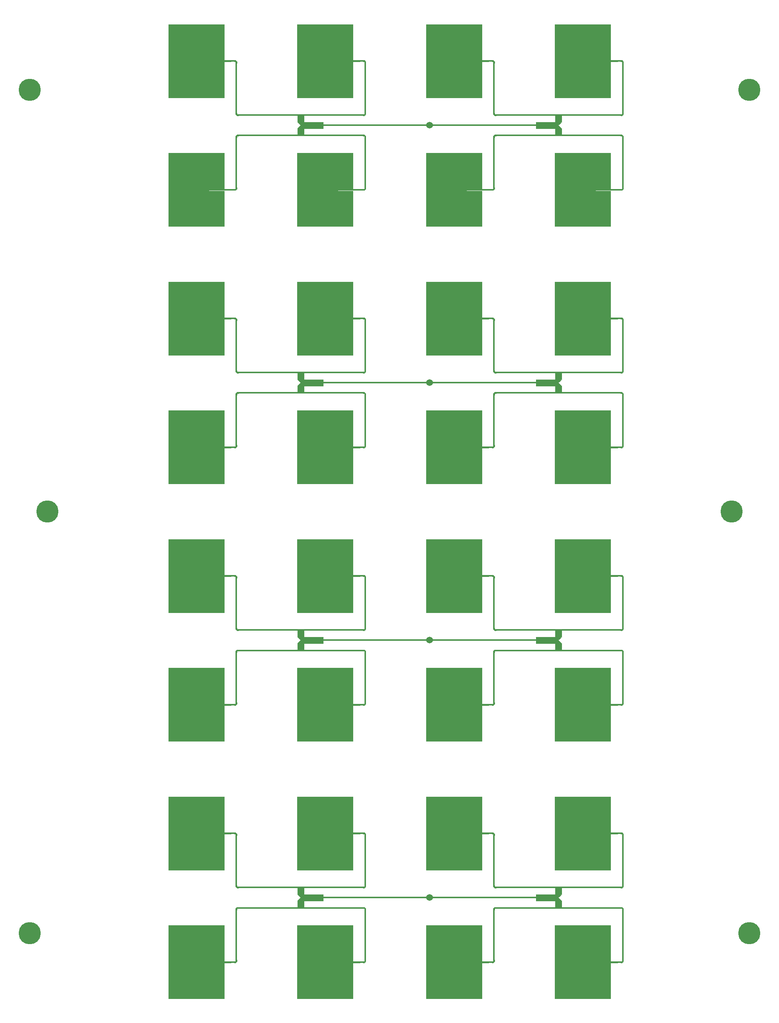
<source format=gbr>
%TF.GenerationSoftware,KiCad,Pcbnew,5.99.0-unknown-c07a38b91~106~ubuntu20.04.1*%
%TF.CreationDate,2020-11-24T10:54:44-06:00*%
%TF.ProjectId,FlatAntPanel4x4,466c6174-416e-4745-9061-6e656c347834,rev?*%
%TF.SameCoordinates,Original*%
%TF.FileFunction,Copper,L2,Bot*%
%TF.FilePolarity,Positive*%
%FSLAX46Y46*%
G04 Gerber Fmt 4.6, Leading zero omitted, Abs format (unit mm)*
G04 Created by KiCad (PCBNEW 5.99.0-unknown-c07a38b91~106~ubuntu20.04.1) date 2020-11-24 10:54:44*
%MOMM*%
%LPD*%
G01*
G04 APERTURE LIST*
%TA.AperFunction,EtchedComponent*%
%ADD10C,0.000100*%
%TD*%
%TA.AperFunction,EtchedComponent*%
%ADD11C,0.001000*%
%TD*%
%TA.AperFunction,ConnectorPad*%
%ADD12C,5.000000*%
%TD*%
%TA.AperFunction,ComponentPad*%
%ADD13C,2.900000*%
%TD*%
%TA.AperFunction,SMDPad,CuDef*%
%ADD14R,0.313000X0.313000*%
%TD*%
%TA.AperFunction,SMDPad,CuDef*%
%ADD15R,0.180000X0.313000*%
%TD*%
%TA.AperFunction,SMDPad,CuDef*%
%ADD16R,1.476000X1.476000*%
%TD*%
%TA.AperFunction,SMDPad,CuDef*%
%ADD17R,1.476000X1.400000*%
%TD*%
%TA.AperFunction,WasherPad*%
%ADD18C,1.524000*%
%TD*%
%TA.AperFunction,Conductor*%
%ADD19C,0.313000*%
%TD*%
G04 APERTURE END LIST*
D10*
%TO.C,AA4*%
X145656000Y-40343500D02*
X145656000Y-40030500D01*
X145656000Y-40030500D02*
X145343000Y-40030500D01*
X145343000Y-40030500D02*
X145343000Y-40343500D01*
X145343000Y-40343500D02*
X145030000Y-40343500D01*
X145030000Y-40343500D02*
X145030000Y-40656500D01*
X145030000Y-40656500D02*
X145343000Y-40656500D01*
X145343000Y-40656500D02*
X145656000Y-40343500D01*
G36*
X145656000Y-40343500D02*
G01*
X145343000Y-40656500D01*
X145030000Y-40656500D01*
X145030000Y-40343500D01*
X145343000Y-40343500D01*
X145343000Y-40030500D01*
X145656000Y-40030500D01*
X145656000Y-40343500D01*
G37*
X145656000Y-40343500D02*
X145343000Y-40656500D01*
X145030000Y-40656500D01*
X145030000Y-40343500D01*
X145343000Y-40343500D01*
X145343000Y-40030500D01*
X145656000Y-40030500D01*
X145656000Y-40343500D01*
%TO.C,AA6*%
X116656500Y-23852000D02*
X116969500Y-23852000D01*
X116969500Y-23852000D02*
X116969500Y-23539000D01*
X116969500Y-23539000D02*
X116656500Y-23539000D01*
X116656500Y-23539000D02*
X116656500Y-23226000D01*
X116656500Y-23226000D02*
X116343500Y-23226000D01*
X116343500Y-23226000D02*
X116343500Y-23539000D01*
X116343500Y-23539000D02*
X116656500Y-23852000D01*
G36*
X116656500Y-23539000D02*
G01*
X116969500Y-23539000D01*
X116969500Y-23852000D01*
X116656500Y-23852000D01*
X116343500Y-23539000D01*
X116343500Y-23226000D01*
X116656500Y-23226000D01*
X116656500Y-23539000D01*
G37*
X116656500Y-23539000D02*
X116969500Y-23539000D01*
X116969500Y-23852000D01*
X116656500Y-23852000D01*
X116343500Y-23539000D01*
X116343500Y-23226000D01*
X116656500Y-23226000D01*
X116656500Y-23539000D01*
%TO.C,AA14*%
X58656500Y-139851000D02*
X58969500Y-139851000D01*
X58969500Y-139851000D02*
X58969500Y-139538000D01*
X58969500Y-139538000D02*
X58656500Y-139538000D01*
X58656500Y-139538000D02*
X58656500Y-139225000D01*
X58656500Y-139225000D02*
X58343500Y-139225000D01*
X58343500Y-139225000D02*
X58343500Y-139538000D01*
X58343500Y-139538000D02*
X58656500Y-139851000D01*
G36*
X58656500Y-139538000D02*
G01*
X58969500Y-139538000D01*
X58969500Y-139851000D01*
X58656500Y-139851000D01*
X58343500Y-139538000D01*
X58343500Y-139225000D01*
X58656500Y-139225000D01*
X58656500Y-139538000D01*
G37*
X58656500Y-139538000D02*
X58969500Y-139538000D01*
X58969500Y-139851000D01*
X58656500Y-139851000D01*
X58343500Y-139538000D01*
X58343500Y-139225000D01*
X58656500Y-139225000D01*
X58656500Y-139538000D01*
%TO.C,AE6*%
X81350000Y-214343500D02*
X81350000Y-214656500D01*
X81350000Y-214656500D02*
X86310000Y-214656500D01*
X86310000Y-214656500D02*
X86310000Y-214343500D01*
X86310000Y-214343500D02*
X81350000Y-214343500D01*
G36*
X86310000Y-214656500D02*
G01*
X81350000Y-214656500D01*
X81350000Y-214343500D01*
X86310000Y-214343500D01*
X86310000Y-214656500D01*
G37*
X86310000Y-214656500D02*
X81350000Y-214656500D01*
X81350000Y-214343500D01*
X86310000Y-214343500D01*
X86310000Y-214656500D01*
D11*
X81350000Y-214756004D02*
X81350000Y-214243889D01*
X81350000Y-214243889D02*
X84750000Y-214243889D01*
X84750000Y-214243889D02*
X84750000Y-206250000D01*
X84750000Y-206250000D02*
X72250000Y-206250000D01*
X72250000Y-206250000D02*
X72250000Y-222750000D01*
X72250000Y-222750000D02*
X84750000Y-222750000D01*
X84750000Y-222750000D02*
X84750000Y-214756004D01*
X84750000Y-214756004D02*
X81350000Y-214756004D01*
G36*
X84750000Y-214243889D02*
G01*
X81350000Y-214243889D01*
X81350000Y-214756004D01*
X84750000Y-214756004D01*
X84750000Y-222750000D01*
X72250000Y-222750000D01*
X72250000Y-206250000D01*
X84750000Y-206250000D01*
X84750000Y-214243889D01*
G37*
X84750000Y-214243889D02*
X81350000Y-214243889D01*
X81350000Y-214756004D01*
X84750000Y-214756004D01*
X84750000Y-222750000D01*
X72250000Y-222750000D01*
X72250000Y-206250000D01*
X84750000Y-206250000D01*
X84750000Y-214243889D01*
D10*
%TO.C,AA5*%
X116343500Y-185344000D02*
X116030500Y-185344000D01*
X116030500Y-185344000D02*
X116030500Y-185657000D01*
X116030500Y-185657000D02*
X116343500Y-185657000D01*
X116343500Y-185657000D02*
X116343500Y-185970000D01*
X116343500Y-185970000D02*
X116656500Y-185970000D01*
X116656500Y-185970000D02*
X116656500Y-185657000D01*
X116656500Y-185657000D02*
X116343500Y-185344000D01*
G36*
X116656500Y-185657000D02*
G01*
X116656500Y-185970000D01*
X116343500Y-185970000D01*
X116343500Y-185657000D01*
X116030500Y-185657000D01*
X116030500Y-185344000D01*
X116343500Y-185344000D01*
X116656500Y-185657000D01*
G37*
X116656500Y-185657000D02*
X116656500Y-185970000D01*
X116343500Y-185970000D01*
X116343500Y-185657000D01*
X116030500Y-185657000D01*
X116030500Y-185344000D01*
X116343500Y-185344000D01*
X116656500Y-185657000D01*
%TO.C,NT1*%
X131735587Y-84734000D02*
X130997000Y-83995000D01*
X130997000Y-83995000D02*
X131735587Y-83256000D01*
X131735587Y-83256000D02*
X131735587Y-81852707D01*
X131735587Y-81852707D02*
X130258171Y-81852707D01*
X130258171Y-81852707D02*
X130258171Y-86137360D01*
X130258171Y-86137360D02*
X131735587Y-86137360D01*
X131735587Y-86137360D02*
X131735587Y-84734000D01*
G36*
X131735587Y-83256000D02*
G01*
X130997000Y-83995000D01*
X131735587Y-84734000D01*
X131735587Y-86137360D01*
X130258171Y-86137360D01*
X130258171Y-81852707D01*
X131735587Y-81852707D01*
X131735587Y-83256000D01*
G37*
X131735587Y-83256000D02*
X130997000Y-83995000D01*
X131735587Y-84734000D01*
X131735587Y-86137360D01*
X130258171Y-86137360D01*
X130258171Y-81852707D01*
X131735587Y-81852707D01*
X131735587Y-83256000D01*
X130259000Y-83261721D02*
X125974992Y-83261718D01*
X125974992Y-83261718D02*
X125974992Y-84739421D01*
X125974992Y-84739421D02*
X130259000Y-84739424D01*
X130259000Y-84739424D02*
X130259000Y-83261721D01*
G36*
X130259000Y-83261721D02*
G01*
X130259000Y-84739424D01*
X125974992Y-84739421D01*
X125974992Y-83261718D01*
X130259000Y-83261721D01*
G37*
X130259000Y-83261721D02*
X130259000Y-84739424D01*
X125974992Y-84739421D01*
X125974992Y-83261718D01*
X130259000Y-83261721D01*
%TO.C,NT2*%
X72263413Y-199256000D02*
X73002000Y-199995000D01*
X73002000Y-199995000D02*
X72263413Y-200734000D01*
X72263413Y-200734000D02*
X72263413Y-202137293D01*
X72263413Y-202137293D02*
X73740829Y-202137293D01*
X73740829Y-202137293D02*
X73740829Y-197852640D01*
X73740829Y-197852640D02*
X72263413Y-197852640D01*
X72263413Y-197852640D02*
X72263413Y-199256000D01*
G36*
X73740829Y-202137293D02*
G01*
X72263413Y-202137293D01*
X72263413Y-200734000D01*
X73002000Y-199995000D01*
X72263413Y-199256000D01*
X72263413Y-197852640D01*
X73740829Y-197852640D01*
X73740829Y-202137293D01*
G37*
X73740829Y-202137293D02*
X72263413Y-202137293D01*
X72263413Y-200734000D01*
X73002000Y-199995000D01*
X72263413Y-199256000D01*
X72263413Y-197852640D01*
X73740829Y-197852640D01*
X73740829Y-202137293D01*
X73740000Y-200728279D02*
X78024008Y-200728282D01*
X78024008Y-200728282D02*
X78024008Y-199250579D01*
X78024008Y-199250579D02*
X73740000Y-199250576D01*
X73740000Y-199250576D02*
X73740000Y-200728279D01*
G36*
X78024008Y-199250579D02*
G01*
X78024008Y-200728282D01*
X73740000Y-200728279D01*
X73740000Y-199250576D01*
X78024008Y-199250579D01*
G37*
X78024008Y-199250579D02*
X78024008Y-200728282D01*
X73740000Y-200728279D01*
X73740000Y-199250576D01*
X78024008Y-199250579D01*
%TO.C,AA15*%
X87656000Y-81538500D02*
X87656000Y-81225500D01*
X87656000Y-81225500D02*
X87343000Y-81225500D01*
X87343000Y-81225500D02*
X87343000Y-81538500D01*
X87343000Y-81538500D02*
X87030000Y-81538500D01*
X87030000Y-81538500D02*
X87030000Y-81851500D01*
X87030000Y-81851500D02*
X87343000Y-81851500D01*
X87343000Y-81851500D02*
X87656000Y-81538500D01*
G36*
X87656000Y-81538500D02*
G01*
X87343000Y-81851500D01*
X87030000Y-81851500D01*
X87030000Y-81538500D01*
X87343000Y-81538500D01*
X87343000Y-81225500D01*
X87656000Y-81225500D01*
X87656000Y-81538500D01*
G37*
X87656000Y-81538500D02*
X87343000Y-81851500D01*
X87030000Y-81851500D01*
X87030000Y-81538500D01*
X87343000Y-81538500D01*
X87343000Y-81225500D01*
X87656000Y-81225500D01*
X87656000Y-81538500D01*
%TO.C,AA6*%
X116656500Y-197852000D02*
X116969500Y-197852000D01*
X116969500Y-197852000D02*
X116969500Y-197539000D01*
X116969500Y-197539000D02*
X116656500Y-197539000D01*
X116656500Y-197539000D02*
X116656500Y-197226000D01*
X116656500Y-197226000D02*
X116343500Y-197226000D01*
X116343500Y-197226000D02*
X116343500Y-197539000D01*
X116343500Y-197539000D02*
X116656500Y-197852000D01*
G36*
X116656500Y-197539000D02*
G01*
X116969500Y-197539000D01*
X116969500Y-197852000D01*
X116656500Y-197852000D01*
X116343500Y-197539000D01*
X116343500Y-197226000D01*
X116656500Y-197226000D01*
X116656500Y-197539000D01*
G37*
X116656500Y-197539000D02*
X116969500Y-197539000D01*
X116969500Y-197852000D01*
X116656500Y-197852000D01*
X116343500Y-197539000D01*
X116343500Y-197226000D01*
X116656500Y-197226000D01*
X116656500Y-197539000D01*
%TO.C,AE7*%
X52350000Y-185343500D02*
X52350000Y-185656500D01*
X52350000Y-185656500D02*
X57310000Y-185656500D01*
X57310000Y-185656500D02*
X57310000Y-185343500D01*
X57310000Y-185343500D02*
X52350000Y-185343500D01*
G36*
X57310000Y-185656500D02*
G01*
X52350000Y-185656500D01*
X52350000Y-185343500D01*
X57310000Y-185343500D01*
X57310000Y-185656500D01*
G37*
X57310000Y-185656500D02*
X52350000Y-185656500D01*
X52350000Y-185343500D01*
X57310000Y-185343500D01*
X57310000Y-185656500D01*
D11*
X52350000Y-185756004D02*
X52350000Y-185243889D01*
X52350000Y-185243889D02*
X55750000Y-185243889D01*
X55750000Y-185243889D02*
X55750000Y-177250000D01*
X55750000Y-177250000D02*
X43250000Y-177250000D01*
X43250000Y-177250000D02*
X43250000Y-193750000D01*
X43250000Y-193750000D02*
X55750000Y-193750000D01*
X55750000Y-193750000D02*
X55750000Y-185756004D01*
X55750000Y-185756004D02*
X52350000Y-185756004D01*
G36*
X55750000Y-185243889D02*
G01*
X52350000Y-185243889D01*
X52350000Y-185756004D01*
X55750000Y-185756004D01*
X55750000Y-193750000D01*
X43250000Y-193750000D01*
X43250000Y-177250000D01*
X55750000Y-177250000D01*
X55750000Y-185243889D01*
G37*
X55750000Y-185243889D02*
X52350000Y-185243889D01*
X52350000Y-185756004D01*
X55750000Y-185756004D01*
X55750000Y-193750000D01*
X43250000Y-193750000D01*
X43250000Y-177250000D01*
X55750000Y-177250000D01*
X55750000Y-185243889D01*
D10*
%TO.C,AA1*%
X116656000Y-98343500D02*
X116656000Y-98030500D01*
X116656000Y-98030500D02*
X116343000Y-98030500D01*
X116343000Y-98030500D02*
X116343000Y-98343500D01*
X116343000Y-98343500D02*
X116030000Y-98343500D01*
X116030000Y-98343500D02*
X116030000Y-98656500D01*
X116030000Y-98656500D02*
X116343000Y-98656500D01*
X116343000Y-98656500D02*
X116656000Y-98343500D01*
G36*
X116656000Y-98343500D02*
G01*
X116343000Y-98656500D01*
X116030000Y-98656500D01*
X116030000Y-98343500D01*
X116343000Y-98343500D01*
X116343000Y-98030500D01*
X116656000Y-98030500D01*
X116656000Y-98343500D01*
G37*
X116656000Y-98343500D02*
X116343000Y-98656500D01*
X116030000Y-98656500D01*
X116030000Y-98343500D01*
X116343000Y-98343500D01*
X116343000Y-98030500D01*
X116656000Y-98030500D01*
X116656000Y-98343500D01*
D11*
%TO.C,AE6*%
X81350000Y-98756004D02*
X81350000Y-98243889D01*
X81350000Y-98243889D02*
X84750000Y-98243889D01*
X84750000Y-98243889D02*
X84750000Y-90250000D01*
X84750000Y-90250000D02*
X72250000Y-90250000D01*
X72250000Y-90250000D02*
X72250000Y-106750000D01*
X72250000Y-106750000D02*
X84750000Y-106750000D01*
X84750000Y-106750000D02*
X84750000Y-98756004D01*
X84750000Y-98756004D02*
X81350000Y-98756004D01*
G36*
X84750000Y-98243889D02*
G01*
X81350000Y-98243889D01*
X81350000Y-98756004D01*
X84750000Y-98756004D01*
X84750000Y-106750000D01*
X72250000Y-106750000D01*
X72250000Y-90250000D01*
X84750000Y-90250000D01*
X84750000Y-98243889D01*
G37*
X84750000Y-98243889D02*
X81350000Y-98243889D01*
X81350000Y-98756004D01*
X84750000Y-98756004D01*
X84750000Y-106750000D01*
X72250000Y-106750000D01*
X72250000Y-90250000D01*
X84750000Y-90250000D01*
X84750000Y-98243889D01*
D10*
X81350000Y-98343500D02*
X81350000Y-98656500D01*
X81350000Y-98656500D02*
X86310000Y-98656500D01*
X86310000Y-98656500D02*
X86310000Y-98343500D01*
X86310000Y-98343500D02*
X81350000Y-98343500D01*
G36*
X86310000Y-98656500D02*
G01*
X81350000Y-98656500D01*
X81350000Y-98343500D01*
X86310000Y-98343500D01*
X86310000Y-98656500D01*
G37*
X86310000Y-98656500D02*
X81350000Y-98656500D01*
X81350000Y-98343500D01*
X86310000Y-98343500D01*
X86310000Y-98656500D01*
%TO.C,AA5*%
X116343500Y-127344000D02*
X116030500Y-127344000D01*
X116030500Y-127344000D02*
X116030500Y-127657000D01*
X116030500Y-127657000D02*
X116343500Y-127657000D01*
X116343500Y-127657000D02*
X116343500Y-127970000D01*
X116343500Y-127970000D02*
X116656500Y-127970000D01*
X116656500Y-127970000D02*
X116656500Y-127657000D01*
X116656500Y-127657000D02*
X116343500Y-127344000D01*
G36*
X116656500Y-127657000D02*
G01*
X116656500Y-127970000D01*
X116343500Y-127970000D01*
X116343500Y-127657000D01*
X116030500Y-127657000D01*
X116030500Y-127344000D01*
X116343500Y-127344000D01*
X116656500Y-127657000D01*
G37*
X116656500Y-127657000D02*
X116656500Y-127970000D01*
X116343500Y-127970000D01*
X116343500Y-127657000D01*
X116030500Y-127657000D01*
X116030500Y-127344000D01*
X116343500Y-127344000D01*
X116656500Y-127657000D01*
D11*
%TO.C,AE2*%
X139350000Y-156756004D02*
X139350000Y-156243889D01*
X139350000Y-156243889D02*
X142750000Y-156243889D01*
X142750000Y-156243889D02*
X142750000Y-148250000D01*
X142750000Y-148250000D02*
X130250000Y-148250000D01*
X130250000Y-148250000D02*
X130250000Y-164750000D01*
X130250000Y-164750000D02*
X142750000Y-164750000D01*
X142750000Y-164750000D02*
X142750000Y-156756004D01*
X142750000Y-156756004D02*
X139350000Y-156756004D01*
G36*
X142750000Y-156243889D02*
G01*
X139350000Y-156243889D01*
X139350000Y-156756004D01*
X142750000Y-156756004D01*
X142750000Y-164750000D01*
X130250000Y-164750000D01*
X130250000Y-148250000D01*
X142750000Y-148250000D01*
X142750000Y-156243889D01*
G37*
X142750000Y-156243889D02*
X139350000Y-156243889D01*
X139350000Y-156756004D01*
X142750000Y-156756004D01*
X142750000Y-164750000D01*
X130250000Y-164750000D01*
X130250000Y-148250000D01*
X142750000Y-148250000D01*
X142750000Y-156243889D01*
D10*
X139350000Y-156343500D02*
X139350000Y-156656500D01*
X139350000Y-156656500D02*
X144310000Y-156656500D01*
X144310000Y-156656500D02*
X144310000Y-156343500D01*
X144310000Y-156343500D02*
X139350000Y-156343500D01*
G36*
X144310000Y-156656500D02*
G01*
X139350000Y-156656500D01*
X139350000Y-156343500D01*
X144310000Y-156343500D01*
X144310000Y-156656500D01*
G37*
X144310000Y-156656500D02*
X139350000Y-156656500D01*
X139350000Y-156343500D01*
X144310000Y-156343500D01*
X144310000Y-156656500D01*
%TO.C,AA4*%
X145656000Y-214343500D02*
X145656000Y-214030500D01*
X145656000Y-214030500D02*
X145343000Y-214030500D01*
X145343000Y-214030500D02*
X145343000Y-214343500D01*
X145343000Y-214343500D02*
X145030000Y-214343500D01*
X145030000Y-214343500D02*
X145030000Y-214656500D01*
X145030000Y-214656500D02*
X145343000Y-214656500D01*
X145343000Y-214656500D02*
X145656000Y-214343500D01*
G36*
X145656000Y-214343500D02*
G01*
X145343000Y-214656500D01*
X145030000Y-214656500D01*
X145030000Y-214343500D01*
X145343000Y-214343500D01*
X145343000Y-214030500D01*
X145656000Y-214030500D01*
X145656000Y-214343500D01*
G37*
X145656000Y-214343500D02*
X145343000Y-214656500D01*
X145030000Y-214656500D01*
X145030000Y-214343500D01*
X145343000Y-214343500D01*
X145343000Y-214030500D01*
X145656000Y-214030500D01*
X145656000Y-214343500D01*
%TO.C,AA11*%
X87343500Y-144137000D02*
X87030500Y-144137000D01*
X87030500Y-144137000D02*
X87030500Y-144450000D01*
X87030500Y-144450000D02*
X87343500Y-144450000D01*
X87343500Y-144450000D02*
X87343500Y-144763000D01*
X87343500Y-144763000D02*
X87656500Y-144763000D01*
X87656500Y-144763000D02*
X87656500Y-144450000D01*
X87656500Y-144450000D02*
X87343500Y-144137000D01*
G36*
X87656500Y-144450000D02*
G01*
X87656500Y-144763000D01*
X87343500Y-144763000D01*
X87343500Y-144450000D01*
X87030500Y-144450000D01*
X87030500Y-144137000D01*
X87343500Y-144137000D01*
X87656500Y-144450000D01*
G37*
X87656500Y-144450000D02*
X87656500Y-144763000D01*
X87343500Y-144763000D01*
X87343500Y-144450000D01*
X87030500Y-144450000D01*
X87030500Y-144137000D01*
X87343500Y-144137000D01*
X87656500Y-144450000D01*
%TO.C,AA8*%
X145343500Y-127344000D02*
X145030500Y-127344000D01*
X145030500Y-127344000D02*
X145030500Y-127657000D01*
X145030500Y-127657000D02*
X145343500Y-127657000D01*
X145343500Y-127657000D02*
X145343500Y-127970000D01*
X145343500Y-127970000D02*
X145656500Y-127970000D01*
X145656500Y-127970000D02*
X145656500Y-127657000D01*
X145656500Y-127657000D02*
X145343500Y-127344000D01*
G36*
X145656500Y-127657000D02*
G01*
X145656500Y-127970000D01*
X145343500Y-127970000D01*
X145343500Y-127657000D01*
X145030500Y-127657000D01*
X145030500Y-127344000D01*
X145343500Y-127344000D01*
X145656500Y-127657000D01*
G37*
X145656500Y-127657000D02*
X145656500Y-127970000D01*
X145343500Y-127970000D01*
X145343500Y-127657000D01*
X145030500Y-127657000D01*
X145030500Y-127344000D01*
X145343500Y-127344000D01*
X145656500Y-127657000D01*
%TO.C,AA1*%
X116656000Y-40343500D02*
X116656000Y-40030500D01*
X116656000Y-40030500D02*
X116343000Y-40030500D01*
X116343000Y-40030500D02*
X116343000Y-40343500D01*
X116343000Y-40343500D02*
X116030000Y-40343500D01*
X116030000Y-40343500D02*
X116030000Y-40656500D01*
X116030000Y-40656500D02*
X116343000Y-40656500D01*
X116343000Y-40656500D02*
X116656000Y-40343500D01*
G36*
X116656000Y-40343500D02*
G01*
X116343000Y-40656500D01*
X116030000Y-40656500D01*
X116030000Y-40343500D01*
X116343000Y-40343500D01*
X116343000Y-40030500D01*
X116656000Y-40030500D01*
X116656000Y-40343500D01*
G37*
X116656000Y-40343500D02*
X116343000Y-40656500D01*
X116030000Y-40656500D01*
X116030000Y-40343500D01*
X116343000Y-40343500D01*
X116343000Y-40030500D01*
X116656000Y-40030500D01*
X116656000Y-40343500D01*
%TO.C,AA4*%
X145656000Y-98343500D02*
X145656000Y-98030500D01*
X145656000Y-98030500D02*
X145343000Y-98030500D01*
X145343000Y-98030500D02*
X145343000Y-98343500D01*
X145343000Y-98343500D02*
X145030000Y-98343500D01*
X145030000Y-98343500D02*
X145030000Y-98656500D01*
X145030000Y-98656500D02*
X145343000Y-98656500D01*
X145343000Y-98656500D02*
X145656000Y-98343500D01*
G36*
X145656000Y-98343500D02*
G01*
X145343000Y-98656500D01*
X145030000Y-98656500D01*
X145030000Y-98343500D01*
X145343000Y-98343500D01*
X145343000Y-98030500D01*
X145656000Y-98030500D01*
X145656000Y-98343500D01*
G37*
X145656000Y-98343500D02*
X145343000Y-98656500D01*
X145030000Y-98656500D01*
X145030000Y-98343500D01*
X145343000Y-98343500D01*
X145343000Y-98030500D01*
X145656000Y-98030500D01*
X145656000Y-98343500D01*
%TO.C,AA16*%
X87343500Y-69344000D02*
X87030500Y-69344000D01*
X87030500Y-69344000D02*
X87030500Y-69657000D01*
X87030500Y-69657000D02*
X87343500Y-69657000D01*
X87343500Y-69657000D02*
X87343500Y-69970000D01*
X87343500Y-69970000D02*
X87656500Y-69970000D01*
X87656500Y-69970000D02*
X87656500Y-69657000D01*
X87656500Y-69657000D02*
X87343500Y-69344000D01*
G36*
X87656500Y-69657000D02*
G01*
X87656500Y-69970000D01*
X87343500Y-69970000D01*
X87343500Y-69657000D01*
X87030500Y-69657000D01*
X87030500Y-69344000D01*
X87343500Y-69344000D01*
X87656500Y-69657000D01*
G37*
X87656500Y-69657000D02*
X87656500Y-69970000D01*
X87343500Y-69970000D01*
X87343500Y-69657000D01*
X87030500Y-69657000D01*
X87030500Y-69344000D01*
X87343500Y-69344000D01*
X87656500Y-69657000D01*
%TO.C,AE2*%
X139350000Y-40343500D02*
X139350000Y-40656500D01*
X139350000Y-40656500D02*
X144310000Y-40656500D01*
X144310000Y-40656500D02*
X144310000Y-40343500D01*
X144310000Y-40343500D02*
X139350000Y-40343500D01*
G36*
X144310000Y-40656500D02*
G01*
X139350000Y-40656500D01*
X139350000Y-40343500D01*
X144310000Y-40343500D01*
X144310000Y-40656500D01*
G37*
X144310000Y-40656500D02*
X139350000Y-40656500D01*
X139350000Y-40343500D01*
X144310000Y-40343500D01*
X144310000Y-40656500D01*
D11*
X139350000Y-40756004D02*
X139350000Y-40243889D01*
X139350000Y-40243889D02*
X142750000Y-40243889D01*
X142750000Y-40243889D02*
X142750000Y-32250000D01*
X142750000Y-32250000D02*
X130250000Y-32250000D01*
X130250000Y-32250000D02*
X130250000Y-48750000D01*
X130250000Y-48750000D02*
X142750000Y-48750000D01*
X142750000Y-48750000D02*
X142750000Y-40756004D01*
X142750000Y-40756004D02*
X139350000Y-40756004D01*
G36*
X142750000Y-40243889D02*
G01*
X139350000Y-40243889D01*
X139350000Y-40756004D01*
X142750000Y-40756004D01*
X142750000Y-48750000D01*
X130250000Y-48750000D01*
X130250000Y-32250000D01*
X142750000Y-32250000D01*
X142750000Y-40243889D01*
G37*
X142750000Y-40243889D02*
X139350000Y-40243889D01*
X139350000Y-40756004D01*
X142750000Y-40756004D01*
X142750000Y-48750000D01*
X130250000Y-48750000D01*
X130250000Y-32250000D01*
X142750000Y-32250000D01*
X142750000Y-40243889D01*
%TO.C,AE5*%
X52350000Y-98756004D02*
X52350000Y-98243889D01*
X52350000Y-98243889D02*
X55750000Y-98243889D01*
X55750000Y-98243889D02*
X55750000Y-90250000D01*
X55750000Y-90250000D02*
X43250000Y-90250000D01*
X43250000Y-90250000D02*
X43250000Y-106750000D01*
X43250000Y-106750000D02*
X55750000Y-106750000D01*
X55750000Y-106750000D02*
X55750000Y-98756004D01*
X55750000Y-98756004D02*
X52350000Y-98756004D01*
G36*
X55750000Y-98243889D02*
G01*
X52350000Y-98243889D01*
X52350000Y-98756004D01*
X55750000Y-98756004D01*
X55750000Y-106750000D01*
X43250000Y-106750000D01*
X43250000Y-90250000D01*
X55750000Y-90250000D01*
X55750000Y-98243889D01*
G37*
X55750000Y-98243889D02*
X52350000Y-98243889D01*
X52350000Y-98756004D01*
X55750000Y-98756004D01*
X55750000Y-106750000D01*
X43250000Y-106750000D01*
X43250000Y-90250000D01*
X55750000Y-90250000D01*
X55750000Y-98243889D01*
D10*
X52350000Y-98343500D02*
X52350000Y-98656500D01*
X52350000Y-98656500D02*
X57310000Y-98656500D01*
X57310000Y-98656500D02*
X57310000Y-98343500D01*
X57310000Y-98343500D02*
X52350000Y-98343500D01*
G36*
X57310000Y-98656500D02*
G01*
X52350000Y-98656500D01*
X52350000Y-98343500D01*
X57310000Y-98343500D01*
X57310000Y-98656500D01*
G37*
X57310000Y-98656500D02*
X52350000Y-98656500D01*
X52350000Y-98343500D01*
X57310000Y-98343500D01*
X57310000Y-98656500D01*
%TO.C,AA14*%
X58656500Y-197851000D02*
X58969500Y-197851000D01*
X58969500Y-197851000D02*
X58969500Y-197538000D01*
X58969500Y-197538000D02*
X58656500Y-197538000D01*
X58656500Y-197538000D02*
X58656500Y-197225000D01*
X58656500Y-197225000D02*
X58343500Y-197225000D01*
X58343500Y-197225000D02*
X58343500Y-197538000D01*
X58343500Y-197538000D02*
X58656500Y-197851000D01*
G36*
X58656500Y-197538000D02*
G01*
X58969500Y-197538000D01*
X58969500Y-197851000D01*
X58656500Y-197851000D01*
X58343500Y-197538000D01*
X58343500Y-197225000D01*
X58656500Y-197225000D01*
X58656500Y-197538000D01*
G37*
X58656500Y-197538000D02*
X58969500Y-197538000D01*
X58969500Y-197851000D01*
X58656500Y-197851000D01*
X58343500Y-197538000D01*
X58343500Y-197225000D01*
X58656500Y-197225000D01*
X58656500Y-197538000D01*
%TO.C,AE6*%
X81350000Y-40343500D02*
X81350000Y-40656500D01*
X81350000Y-40656500D02*
X86310000Y-40656500D01*
X86310000Y-40656500D02*
X86310000Y-40343500D01*
X86310000Y-40343500D02*
X81350000Y-40343500D01*
G36*
X86310000Y-40656500D02*
G01*
X81350000Y-40656500D01*
X81350000Y-40343500D01*
X86310000Y-40343500D01*
X86310000Y-40656500D01*
G37*
X86310000Y-40656500D02*
X81350000Y-40656500D01*
X81350000Y-40343500D01*
X86310000Y-40343500D01*
X86310000Y-40656500D01*
D11*
X81350000Y-40756004D02*
X81350000Y-40243889D01*
X81350000Y-40243889D02*
X84750000Y-40243889D01*
X84750000Y-40243889D02*
X84750000Y-32250000D01*
X84750000Y-32250000D02*
X72250000Y-32250000D01*
X72250000Y-32250000D02*
X72250000Y-48750000D01*
X72250000Y-48750000D02*
X84750000Y-48750000D01*
X84750000Y-48750000D02*
X84750000Y-40756004D01*
X84750000Y-40756004D02*
X81350000Y-40756004D01*
G36*
X84750000Y-40243889D02*
G01*
X81350000Y-40243889D01*
X81350000Y-40756004D01*
X84750000Y-40756004D01*
X84750000Y-48750000D01*
X72250000Y-48750000D01*
X72250000Y-32250000D01*
X84750000Y-32250000D01*
X84750000Y-40243889D01*
G37*
X84750000Y-40243889D02*
X81350000Y-40243889D01*
X81350000Y-40756004D01*
X84750000Y-40756004D01*
X84750000Y-48750000D01*
X72250000Y-48750000D01*
X72250000Y-32250000D01*
X84750000Y-32250000D01*
X84750000Y-40243889D01*
D10*
%TO.C,AA7*%
X145656000Y-81539500D02*
X145656000Y-81226500D01*
X145656000Y-81226500D02*
X145343000Y-81226500D01*
X145343000Y-81226500D02*
X145343000Y-81539500D01*
X145343000Y-81539500D02*
X145030000Y-81539500D01*
X145030000Y-81539500D02*
X145030000Y-81852500D01*
X145030000Y-81852500D02*
X145343000Y-81852500D01*
X145343000Y-81852500D02*
X145656000Y-81539500D01*
G36*
X145656000Y-81539500D02*
G01*
X145343000Y-81852500D01*
X145030000Y-81852500D01*
X145030000Y-81539500D01*
X145343000Y-81539500D01*
X145343000Y-81226500D01*
X145656000Y-81226500D01*
X145656000Y-81539500D01*
G37*
X145656000Y-81539500D02*
X145343000Y-81852500D01*
X145030000Y-81852500D01*
X145030000Y-81539500D01*
X145343000Y-81539500D01*
X145343000Y-81226500D01*
X145656000Y-81226500D01*
X145656000Y-81539500D01*
%TO.C,AA16*%
X87343500Y-11344000D02*
X87030500Y-11344000D01*
X87030500Y-11344000D02*
X87030500Y-11657000D01*
X87030500Y-11657000D02*
X87343500Y-11657000D01*
X87343500Y-11657000D02*
X87343500Y-11970000D01*
X87343500Y-11970000D02*
X87656500Y-11970000D01*
X87656500Y-11970000D02*
X87656500Y-11657000D01*
X87656500Y-11657000D02*
X87343500Y-11344000D01*
G36*
X87656500Y-11657000D02*
G01*
X87656500Y-11970000D01*
X87343500Y-11970000D01*
X87343500Y-11657000D01*
X87030500Y-11657000D01*
X87030500Y-11344000D01*
X87343500Y-11344000D01*
X87656500Y-11657000D01*
G37*
X87656500Y-11657000D02*
X87656500Y-11970000D01*
X87343500Y-11970000D01*
X87343500Y-11657000D01*
X87030500Y-11657000D01*
X87030500Y-11344000D01*
X87343500Y-11344000D01*
X87656500Y-11657000D01*
%TO.C,AA11*%
X87343500Y-202137000D02*
X87030500Y-202137000D01*
X87030500Y-202137000D02*
X87030500Y-202450000D01*
X87030500Y-202450000D02*
X87343500Y-202450000D01*
X87343500Y-202450000D02*
X87343500Y-202763000D01*
X87343500Y-202763000D02*
X87656500Y-202763000D01*
X87656500Y-202763000D02*
X87656500Y-202450000D01*
X87656500Y-202450000D02*
X87343500Y-202137000D01*
G36*
X87656500Y-202450000D02*
G01*
X87656500Y-202763000D01*
X87343500Y-202763000D01*
X87343500Y-202450000D01*
X87030500Y-202450000D01*
X87030500Y-202137000D01*
X87343500Y-202137000D01*
X87656500Y-202450000D01*
G37*
X87656500Y-202450000D02*
X87656500Y-202763000D01*
X87343500Y-202763000D01*
X87343500Y-202450000D01*
X87030500Y-202450000D01*
X87030500Y-202137000D01*
X87343500Y-202137000D01*
X87656500Y-202450000D01*
%TO.C,AE7*%
X52350000Y-127343500D02*
X52350000Y-127656500D01*
X52350000Y-127656500D02*
X57310000Y-127656500D01*
X57310000Y-127656500D02*
X57310000Y-127343500D01*
X57310000Y-127343500D02*
X52350000Y-127343500D01*
G36*
X57310000Y-127656500D02*
G01*
X52350000Y-127656500D01*
X52350000Y-127343500D01*
X57310000Y-127343500D01*
X57310000Y-127656500D01*
G37*
X57310000Y-127656500D02*
X52350000Y-127656500D01*
X52350000Y-127343500D01*
X57310000Y-127343500D01*
X57310000Y-127656500D01*
D11*
X52350000Y-127756004D02*
X52350000Y-127243889D01*
X52350000Y-127243889D02*
X55750000Y-127243889D01*
X55750000Y-127243889D02*
X55750000Y-119250000D01*
X55750000Y-119250000D02*
X43250000Y-119250000D01*
X43250000Y-119250000D02*
X43250000Y-135750000D01*
X43250000Y-135750000D02*
X55750000Y-135750000D01*
X55750000Y-135750000D02*
X55750000Y-127756004D01*
X55750000Y-127756004D02*
X52350000Y-127756004D01*
G36*
X55750000Y-127243889D02*
G01*
X52350000Y-127243889D01*
X52350000Y-127756004D01*
X55750000Y-127756004D01*
X55750000Y-135750000D01*
X43250000Y-135750000D01*
X43250000Y-119250000D01*
X55750000Y-119250000D01*
X55750000Y-127243889D01*
G37*
X55750000Y-127243889D02*
X52350000Y-127243889D01*
X52350000Y-127756004D01*
X55750000Y-127756004D01*
X55750000Y-135750000D01*
X43250000Y-135750000D01*
X43250000Y-119250000D01*
X55750000Y-119250000D01*
X55750000Y-127243889D01*
D10*
%TO.C,AA6*%
X116656500Y-139852000D02*
X116969500Y-139852000D01*
X116969500Y-139852000D02*
X116969500Y-139539000D01*
X116969500Y-139539000D02*
X116656500Y-139539000D01*
X116656500Y-139539000D02*
X116656500Y-139226000D01*
X116656500Y-139226000D02*
X116343500Y-139226000D01*
X116343500Y-139226000D02*
X116343500Y-139539000D01*
X116343500Y-139539000D02*
X116656500Y-139852000D01*
G36*
X116656500Y-139539000D02*
G01*
X116969500Y-139539000D01*
X116969500Y-139852000D01*
X116656500Y-139852000D01*
X116343500Y-139539000D01*
X116343500Y-139226000D01*
X116656500Y-139226000D01*
X116656500Y-139539000D01*
G37*
X116656500Y-139539000D02*
X116969500Y-139539000D01*
X116969500Y-139852000D01*
X116656500Y-139852000D01*
X116343500Y-139539000D01*
X116343500Y-139226000D01*
X116656500Y-139226000D01*
X116656500Y-139539000D01*
%TO.C,AA14*%
X58656500Y-81851000D02*
X58969500Y-81851000D01*
X58969500Y-81851000D02*
X58969500Y-81538000D01*
X58969500Y-81538000D02*
X58656500Y-81538000D01*
X58656500Y-81538000D02*
X58656500Y-81225000D01*
X58656500Y-81225000D02*
X58343500Y-81225000D01*
X58343500Y-81225000D02*
X58343500Y-81538000D01*
X58343500Y-81538000D02*
X58656500Y-81851000D01*
G36*
X58656500Y-81538000D02*
G01*
X58969500Y-81538000D01*
X58969500Y-81851000D01*
X58656500Y-81851000D01*
X58343500Y-81538000D01*
X58343500Y-81225000D01*
X58656500Y-81225000D01*
X58656500Y-81538000D01*
G37*
X58656500Y-81538000D02*
X58969500Y-81538000D01*
X58969500Y-81851000D01*
X58656500Y-81851000D01*
X58343500Y-81538000D01*
X58343500Y-81225000D01*
X58656500Y-81225000D01*
X58656500Y-81538000D01*
%TO.C,AA12*%
X87656000Y-156343500D02*
X87656000Y-156030500D01*
X87656000Y-156030500D02*
X87343000Y-156030500D01*
X87343000Y-156030500D02*
X87343000Y-156343500D01*
X87343000Y-156343500D02*
X87030000Y-156343500D01*
X87030000Y-156343500D02*
X87030000Y-156656500D01*
X87030000Y-156656500D02*
X87343000Y-156656500D01*
X87343000Y-156656500D02*
X87656000Y-156343500D01*
G36*
X87656000Y-156343500D02*
G01*
X87343000Y-156656500D01*
X87030000Y-156656500D01*
X87030000Y-156343500D01*
X87343000Y-156343500D01*
X87343000Y-156030500D01*
X87656000Y-156030500D01*
X87656000Y-156343500D01*
G37*
X87656000Y-156343500D02*
X87343000Y-156656500D01*
X87030000Y-156656500D01*
X87030000Y-156343500D01*
X87343000Y-156343500D01*
X87343000Y-156030500D01*
X87656000Y-156030500D01*
X87656000Y-156343500D01*
%TO.C,AA1*%
X116656000Y-156343500D02*
X116656000Y-156030500D01*
X116656000Y-156030500D02*
X116343000Y-156030500D01*
X116343000Y-156030500D02*
X116343000Y-156343500D01*
X116343000Y-156343500D02*
X116030000Y-156343500D01*
X116030000Y-156343500D02*
X116030000Y-156656500D01*
X116030000Y-156656500D02*
X116343000Y-156656500D01*
X116343000Y-156656500D02*
X116656000Y-156343500D01*
G36*
X116656000Y-156343500D02*
G01*
X116343000Y-156656500D01*
X116030000Y-156656500D01*
X116030000Y-156343500D01*
X116343000Y-156343500D01*
X116343000Y-156030500D01*
X116656000Y-156030500D01*
X116656000Y-156343500D01*
G37*
X116656000Y-156343500D02*
X116343000Y-156656500D01*
X116030000Y-156656500D01*
X116030000Y-156343500D01*
X116343000Y-156343500D01*
X116343000Y-156030500D01*
X116656000Y-156030500D01*
X116656000Y-156343500D01*
%TO.C,AE5*%
X52350000Y-40343500D02*
X52350000Y-40656500D01*
X52350000Y-40656500D02*
X57310000Y-40656500D01*
X57310000Y-40656500D02*
X57310000Y-40343500D01*
X57310000Y-40343500D02*
X52350000Y-40343500D01*
G36*
X57310000Y-40656500D02*
G01*
X52350000Y-40656500D01*
X52350000Y-40343500D01*
X57310000Y-40343500D01*
X57310000Y-40656500D01*
G37*
X57310000Y-40656500D02*
X52350000Y-40656500D01*
X52350000Y-40343500D01*
X57310000Y-40343500D01*
X57310000Y-40656500D01*
D11*
X52350000Y-40756004D02*
X52350000Y-40243889D01*
X52350000Y-40243889D02*
X55750000Y-40243889D01*
X55750000Y-40243889D02*
X55750000Y-32250000D01*
X55750000Y-32250000D02*
X43250000Y-32250000D01*
X43250000Y-32250000D02*
X43250000Y-48750000D01*
X43250000Y-48750000D02*
X55750000Y-48750000D01*
X55750000Y-48750000D02*
X55750000Y-40756004D01*
X55750000Y-40756004D02*
X52350000Y-40756004D01*
G36*
X55750000Y-40243889D02*
G01*
X52350000Y-40243889D01*
X52350000Y-40756004D01*
X55750000Y-40756004D01*
X55750000Y-48750000D01*
X43250000Y-48750000D01*
X43250000Y-32250000D01*
X55750000Y-32250000D01*
X55750000Y-40243889D01*
G37*
X55750000Y-40243889D02*
X52350000Y-40243889D01*
X52350000Y-40756004D01*
X55750000Y-40756004D01*
X55750000Y-48750000D01*
X43250000Y-48750000D01*
X43250000Y-32250000D01*
X55750000Y-32250000D01*
X55750000Y-40243889D01*
D10*
%TO.C,AA5*%
X116343500Y-69344000D02*
X116030500Y-69344000D01*
X116030500Y-69344000D02*
X116030500Y-69657000D01*
X116030500Y-69657000D02*
X116343500Y-69657000D01*
X116343500Y-69657000D02*
X116343500Y-69970000D01*
X116343500Y-69970000D02*
X116656500Y-69970000D01*
X116656500Y-69970000D02*
X116656500Y-69657000D01*
X116656500Y-69657000D02*
X116343500Y-69344000D01*
G36*
X116656500Y-69657000D02*
G01*
X116656500Y-69970000D01*
X116343500Y-69970000D01*
X116343500Y-69657000D01*
X116030500Y-69657000D01*
X116030500Y-69344000D01*
X116343500Y-69344000D01*
X116656500Y-69657000D01*
G37*
X116656500Y-69657000D02*
X116656500Y-69970000D01*
X116343500Y-69970000D01*
X116343500Y-69657000D01*
X116030500Y-69657000D01*
X116030500Y-69344000D01*
X116343500Y-69344000D01*
X116656500Y-69657000D01*
D11*
%TO.C,AE1*%
X110350000Y-40756004D02*
X110350000Y-40243889D01*
X110350000Y-40243889D02*
X113750000Y-40243889D01*
X113750000Y-40243889D02*
X113750000Y-32250000D01*
X113750000Y-32250000D02*
X101250000Y-32250000D01*
X101250000Y-32250000D02*
X101250000Y-48750000D01*
X101250000Y-48750000D02*
X113750000Y-48750000D01*
X113750000Y-48750000D02*
X113750000Y-40756004D01*
X113750000Y-40756004D02*
X110350000Y-40756004D01*
G36*
X113750000Y-40243889D02*
G01*
X110350000Y-40243889D01*
X110350000Y-40756004D01*
X113750000Y-40756004D01*
X113750000Y-48750000D01*
X101250000Y-48750000D01*
X101250000Y-32250000D01*
X113750000Y-32250000D01*
X113750000Y-40243889D01*
G37*
X113750000Y-40243889D02*
X110350000Y-40243889D01*
X110350000Y-40756004D01*
X113750000Y-40756004D01*
X113750000Y-48750000D01*
X101250000Y-48750000D01*
X101250000Y-32250000D01*
X113750000Y-32250000D01*
X113750000Y-40243889D01*
D10*
X110350000Y-40343500D02*
X110350000Y-40656500D01*
X110350000Y-40656500D02*
X115310000Y-40656500D01*
X115310000Y-40656500D02*
X115310000Y-40343500D01*
X115310000Y-40343500D02*
X110350000Y-40343500D01*
G36*
X115310000Y-40656500D02*
G01*
X110350000Y-40656500D01*
X110350000Y-40343500D01*
X115310000Y-40343500D01*
X115310000Y-40656500D01*
G37*
X115310000Y-40656500D02*
X110350000Y-40656500D01*
X110350000Y-40343500D01*
X115310000Y-40343500D01*
X115310000Y-40656500D01*
%TO.C,AA7*%
X145656000Y-197539500D02*
X145656000Y-197226500D01*
X145656000Y-197226500D02*
X145343000Y-197226500D01*
X145343000Y-197226500D02*
X145343000Y-197539500D01*
X145343000Y-197539500D02*
X145030000Y-197539500D01*
X145030000Y-197539500D02*
X145030000Y-197852500D01*
X145030000Y-197852500D02*
X145343000Y-197852500D01*
X145343000Y-197852500D02*
X145656000Y-197539500D01*
G36*
X145656000Y-197539500D02*
G01*
X145343000Y-197852500D01*
X145030000Y-197852500D01*
X145030000Y-197539500D01*
X145343000Y-197539500D01*
X145343000Y-197226500D01*
X145656000Y-197226500D01*
X145656000Y-197539500D01*
G37*
X145656000Y-197539500D02*
X145343000Y-197852500D01*
X145030000Y-197852500D01*
X145030000Y-197539500D01*
X145343000Y-197539500D01*
X145343000Y-197226500D01*
X145656000Y-197226500D01*
X145656000Y-197539500D01*
X145656000Y-23539500D02*
X145656000Y-23226500D01*
X145656000Y-23226500D02*
X145343000Y-23226500D01*
X145343000Y-23226500D02*
X145343000Y-23539500D01*
X145343000Y-23539500D02*
X145030000Y-23539500D01*
X145030000Y-23539500D02*
X145030000Y-23852500D01*
X145030000Y-23852500D02*
X145343000Y-23852500D01*
X145343000Y-23852500D02*
X145656000Y-23539500D01*
G36*
X145656000Y-23539500D02*
G01*
X145343000Y-23852500D01*
X145030000Y-23852500D01*
X145030000Y-23539500D01*
X145343000Y-23539500D01*
X145343000Y-23226500D01*
X145656000Y-23226500D01*
X145656000Y-23539500D01*
G37*
X145656000Y-23539500D02*
X145343000Y-23852500D01*
X145030000Y-23852500D01*
X145030000Y-23539500D01*
X145343000Y-23539500D01*
X145343000Y-23226500D01*
X145656000Y-23226500D01*
X145656000Y-23539500D01*
%TO.C,AA12*%
X87656000Y-98343500D02*
X87656000Y-98030500D01*
X87656000Y-98030500D02*
X87343000Y-98030500D01*
X87343000Y-98030500D02*
X87343000Y-98343500D01*
X87343000Y-98343500D02*
X87030000Y-98343500D01*
X87030000Y-98343500D02*
X87030000Y-98656500D01*
X87030000Y-98656500D02*
X87343000Y-98656500D01*
X87343000Y-98656500D02*
X87656000Y-98343500D01*
G36*
X87656000Y-98343500D02*
G01*
X87343000Y-98656500D01*
X87030000Y-98656500D01*
X87030000Y-98343500D01*
X87343000Y-98343500D01*
X87343000Y-98030500D01*
X87656000Y-98030500D01*
X87656000Y-98343500D01*
G37*
X87656000Y-98343500D02*
X87343000Y-98656500D01*
X87030000Y-98656500D01*
X87030000Y-98343500D01*
X87343000Y-98343500D01*
X87343000Y-98030500D01*
X87656000Y-98030500D01*
X87656000Y-98343500D01*
%TO.C,NT2*%
X73740000Y-26728279D02*
X78024008Y-26728282D01*
X78024008Y-26728282D02*
X78024008Y-25250579D01*
X78024008Y-25250579D02*
X73740000Y-25250576D01*
X73740000Y-25250576D02*
X73740000Y-26728279D01*
G36*
X78024008Y-25250579D02*
G01*
X78024008Y-26728282D01*
X73740000Y-26728279D01*
X73740000Y-25250576D01*
X78024008Y-25250579D01*
G37*
X78024008Y-25250579D02*
X78024008Y-26728282D01*
X73740000Y-26728279D01*
X73740000Y-25250576D01*
X78024008Y-25250579D01*
X72263413Y-25256000D02*
X73002000Y-25995000D01*
X73002000Y-25995000D02*
X72263413Y-26734000D01*
X72263413Y-26734000D02*
X72263413Y-28137293D01*
X72263413Y-28137293D02*
X73740829Y-28137293D01*
X73740829Y-28137293D02*
X73740829Y-23852640D01*
X73740829Y-23852640D02*
X72263413Y-23852640D01*
X72263413Y-23852640D02*
X72263413Y-25256000D01*
G36*
X73740829Y-28137293D02*
G01*
X72263413Y-28137293D01*
X72263413Y-26734000D01*
X73002000Y-25995000D01*
X72263413Y-25256000D01*
X72263413Y-23852640D01*
X73740829Y-23852640D01*
X73740829Y-28137293D01*
G37*
X73740829Y-28137293D02*
X72263413Y-28137293D01*
X72263413Y-26734000D01*
X73002000Y-25995000D01*
X72263413Y-25256000D01*
X72263413Y-23852640D01*
X73740829Y-23852640D01*
X73740829Y-28137293D01*
%TO.C,AA9*%
X58656000Y-156343500D02*
X58656000Y-156030500D01*
X58656000Y-156030500D02*
X58343000Y-156030500D01*
X58343000Y-156030500D02*
X58343000Y-156343500D01*
X58343000Y-156343500D02*
X58030000Y-156343500D01*
X58030000Y-156343500D02*
X58030000Y-156656500D01*
X58030000Y-156656500D02*
X58343000Y-156656500D01*
X58343000Y-156656500D02*
X58656000Y-156343500D01*
G36*
X58656000Y-156343500D02*
G01*
X58343000Y-156656500D01*
X58030000Y-156656500D01*
X58030000Y-156343500D01*
X58343000Y-156343500D01*
X58343000Y-156030500D01*
X58656000Y-156030500D01*
X58656000Y-156343500D01*
G37*
X58656000Y-156343500D02*
X58343000Y-156656500D01*
X58030000Y-156656500D01*
X58030000Y-156343500D01*
X58343000Y-156343500D01*
X58343000Y-156030500D01*
X58656000Y-156030500D01*
X58656000Y-156343500D01*
%TO.C,AE3*%
X110350000Y-185343500D02*
X110350000Y-185656500D01*
X110350000Y-185656500D02*
X115310000Y-185656500D01*
X115310000Y-185656500D02*
X115310000Y-185343500D01*
X115310000Y-185343500D02*
X110350000Y-185343500D01*
G36*
X115310000Y-185656500D02*
G01*
X110350000Y-185656500D01*
X110350000Y-185343500D01*
X115310000Y-185343500D01*
X115310000Y-185656500D01*
G37*
X115310000Y-185656500D02*
X110350000Y-185656500D01*
X110350000Y-185343500D01*
X115310000Y-185343500D01*
X115310000Y-185656500D01*
D11*
X110350000Y-185756004D02*
X110350000Y-185243889D01*
X110350000Y-185243889D02*
X113750000Y-185243889D01*
X113750000Y-185243889D02*
X113750000Y-177250000D01*
X113750000Y-177250000D02*
X101250000Y-177250000D01*
X101250000Y-177250000D02*
X101250000Y-193750000D01*
X101250000Y-193750000D02*
X113750000Y-193750000D01*
X113750000Y-193750000D02*
X113750000Y-185756004D01*
X113750000Y-185756004D02*
X110350000Y-185756004D01*
G36*
X113750000Y-185243889D02*
G01*
X110350000Y-185243889D01*
X110350000Y-185756004D01*
X113750000Y-185756004D01*
X113750000Y-193750000D01*
X101250000Y-193750000D01*
X101250000Y-177250000D01*
X113750000Y-177250000D01*
X113750000Y-185243889D01*
G37*
X113750000Y-185243889D02*
X110350000Y-185243889D01*
X110350000Y-185756004D01*
X113750000Y-185756004D01*
X113750000Y-193750000D01*
X101250000Y-193750000D01*
X101250000Y-177250000D01*
X113750000Y-177250000D01*
X113750000Y-185243889D01*
D10*
%TO.C,AE8*%
X81350000Y-127343500D02*
X81350000Y-127656500D01*
X81350000Y-127656500D02*
X86310000Y-127656500D01*
X86310000Y-127656500D02*
X86310000Y-127343500D01*
X86310000Y-127343500D02*
X81350000Y-127343500D01*
G36*
X86310000Y-127656500D02*
G01*
X81350000Y-127656500D01*
X81350000Y-127343500D01*
X86310000Y-127343500D01*
X86310000Y-127656500D01*
G37*
X86310000Y-127656500D02*
X81350000Y-127656500D01*
X81350000Y-127343500D01*
X86310000Y-127343500D01*
X86310000Y-127656500D01*
D11*
X81350000Y-127756004D02*
X81350000Y-127243889D01*
X81350000Y-127243889D02*
X84750000Y-127243889D01*
X84750000Y-127243889D02*
X84750000Y-119250000D01*
X84750000Y-119250000D02*
X72250000Y-119250000D01*
X72250000Y-119250000D02*
X72250000Y-135750000D01*
X72250000Y-135750000D02*
X84750000Y-135750000D01*
X84750000Y-135750000D02*
X84750000Y-127756004D01*
X84750000Y-127756004D02*
X81350000Y-127756004D01*
G36*
X84750000Y-127243889D02*
G01*
X81350000Y-127243889D01*
X81350000Y-127756004D01*
X84750000Y-127756004D01*
X84750000Y-135750000D01*
X72250000Y-135750000D01*
X72250000Y-119250000D01*
X84750000Y-119250000D01*
X84750000Y-127243889D01*
G37*
X84750000Y-127243889D02*
X81350000Y-127243889D01*
X81350000Y-127756004D01*
X84750000Y-127756004D01*
X84750000Y-135750000D01*
X72250000Y-135750000D01*
X72250000Y-119250000D01*
X84750000Y-119250000D01*
X84750000Y-127243889D01*
D10*
%TO.C,AA15*%
X87656000Y-197538500D02*
X87656000Y-197225500D01*
X87656000Y-197225500D02*
X87343000Y-197225500D01*
X87343000Y-197225500D02*
X87343000Y-197538500D01*
X87343000Y-197538500D02*
X87030000Y-197538500D01*
X87030000Y-197538500D02*
X87030000Y-197851500D01*
X87030000Y-197851500D02*
X87343000Y-197851500D01*
X87343000Y-197851500D02*
X87656000Y-197538500D01*
G36*
X87656000Y-197538500D02*
G01*
X87343000Y-197851500D01*
X87030000Y-197851500D01*
X87030000Y-197538500D01*
X87343000Y-197538500D01*
X87343000Y-197225500D01*
X87656000Y-197225500D01*
X87656000Y-197538500D01*
G37*
X87656000Y-197538500D02*
X87343000Y-197851500D01*
X87030000Y-197851500D01*
X87030000Y-197538500D01*
X87343000Y-197538500D01*
X87343000Y-197225500D01*
X87656000Y-197225500D01*
X87656000Y-197538500D01*
%TO.C,AA6*%
X116656500Y-81852000D02*
X116969500Y-81852000D01*
X116969500Y-81852000D02*
X116969500Y-81539000D01*
X116969500Y-81539000D02*
X116656500Y-81539000D01*
X116656500Y-81539000D02*
X116656500Y-81226000D01*
X116656500Y-81226000D02*
X116343500Y-81226000D01*
X116343500Y-81226000D02*
X116343500Y-81539000D01*
X116343500Y-81539000D02*
X116656500Y-81852000D01*
G36*
X116656500Y-81539000D02*
G01*
X116969500Y-81539000D01*
X116969500Y-81852000D01*
X116656500Y-81852000D01*
X116343500Y-81539000D01*
X116343500Y-81226000D01*
X116656500Y-81226000D01*
X116656500Y-81539000D01*
G37*
X116656500Y-81539000D02*
X116969500Y-81539000D01*
X116969500Y-81852000D01*
X116656500Y-81852000D01*
X116343500Y-81539000D01*
X116343500Y-81226000D01*
X116656500Y-81226000D01*
X116656500Y-81539000D01*
%TO.C,AA13*%
X58343500Y-127344000D02*
X58030500Y-127344000D01*
X58030500Y-127344000D02*
X58030500Y-127657000D01*
X58030500Y-127657000D02*
X58343500Y-127657000D01*
X58343500Y-127657000D02*
X58343500Y-127970000D01*
X58343500Y-127970000D02*
X58656500Y-127970000D01*
X58656500Y-127970000D02*
X58656500Y-127657000D01*
X58656500Y-127657000D02*
X58343500Y-127344000D01*
G36*
X58656500Y-127657000D02*
G01*
X58656500Y-127970000D01*
X58343500Y-127970000D01*
X58343500Y-127657000D01*
X58030500Y-127657000D01*
X58030500Y-127344000D01*
X58343500Y-127344000D01*
X58656500Y-127657000D01*
G37*
X58656500Y-127657000D02*
X58656500Y-127970000D01*
X58343500Y-127970000D01*
X58343500Y-127657000D01*
X58030500Y-127657000D01*
X58030500Y-127344000D01*
X58343500Y-127344000D01*
X58656500Y-127657000D01*
%TO.C,AA5*%
X116343500Y-11344000D02*
X116030500Y-11344000D01*
X116030500Y-11344000D02*
X116030500Y-11657000D01*
X116030500Y-11657000D02*
X116343500Y-11657000D01*
X116343500Y-11657000D02*
X116343500Y-11970000D01*
X116343500Y-11970000D02*
X116656500Y-11970000D01*
X116656500Y-11970000D02*
X116656500Y-11657000D01*
X116656500Y-11657000D02*
X116343500Y-11344000D01*
G36*
X116656500Y-11657000D02*
G01*
X116656500Y-11970000D01*
X116343500Y-11970000D01*
X116343500Y-11657000D01*
X116030500Y-11657000D01*
X116030500Y-11344000D01*
X116343500Y-11344000D01*
X116656500Y-11657000D01*
G37*
X116656500Y-11657000D02*
X116656500Y-11970000D01*
X116343500Y-11970000D01*
X116343500Y-11657000D01*
X116030500Y-11657000D01*
X116030500Y-11344000D01*
X116343500Y-11344000D01*
X116656500Y-11657000D01*
%TO.C,AA8*%
X145343500Y-11344000D02*
X145030500Y-11344000D01*
X145030500Y-11344000D02*
X145030500Y-11657000D01*
X145030500Y-11657000D02*
X145343500Y-11657000D01*
X145343500Y-11657000D02*
X145343500Y-11970000D01*
X145343500Y-11970000D02*
X145656500Y-11970000D01*
X145656500Y-11970000D02*
X145656500Y-11657000D01*
X145656500Y-11657000D02*
X145343500Y-11344000D01*
G36*
X145656500Y-11657000D02*
G01*
X145656500Y-11970000D01*
X145343500Y-11970000D01*
X145343500Y-11657000D01*
X145030500Y-11657000D01*
X145030500Y-11344000D01*
X145343500Y-11344000D01*
X145656500Y-11657000D01*
G37*
X145656500Y-11657000D02*
X145656500Y-11970000D01*
X145343500Y-11970000D01*
X145343500Y-11657000D01*
X145030500Y-11657000D01*
X145030500Y-11344000D01*
X145343500Y-11344000D01*
X145656500Y-11657000D01*
X145343500Y-69344000D02*
X145030500Y-69344000D01*
X145030500Y-69344000D02*
X145030500Y-69657000D01*
X145030500Y-69657000D02*
X145343500Y-69657000D01*
X145343500Y-69657000D02*
X145343500Y-69970000D01*
X145343500Y-69970000D02*
X145656500Y-69970000D01*
X145656500Y-69970000D02*
X145656500Y-69657000D01*
X145656500Y-69657000D02*
X145343500Y-69344000D01*
G36*
X145656500Y-69657000D02*
G01*
X145656500Y-69970000D01*
X145343500Y-69970000D01*
X145343500Y-69657000D01*
X145030500Y-69657000D01*
X145030500Y-69344000D01*
X145343500Y-69344000D01*
X145656500Y-69657000D01*
G37*
X145656500Y-69657000D02*
X145656500Y-69970000D01*
X145343500Y-69970000D01*
X145343500Y-69657000D01*
X145030500Y-69657000D01*
X145030500Y-69344000D01*
X145343500Y-69344000D01*
X145656500Y-69657000D01*
%TO.C,AA11*%
X87343500Y-28137000D02*
X87030500Y-28137000D01*
X87030500Y-28137000D02*
X87030500Y-28450000D01*
X87030500Y-28450000D02*
X87343500Y-28450000D01*
X87343500Y-28450000D02*
X87343500Y-28763000D01*
X87343500Y-28763000D02*
X87656500Y-28763000D01*
X87656500Y-28763000D02*
X87656500Y-28450000D01*
X87656500Y-28450000D02*
X87343500Y-28137000D01*
G36*
X87656500Y-28450000D02*
G01*
X87656500Y-28763000D01*
X87343500Y-28763000D01*
X87343500Y-28450000D01*
X87030500Y-28450000D01*
X87030500Y-28137000D01*
X87343500Y-28137000D01*
X87656500Y-28450000D01*
G37*
X87656500Y-28450000D02*
X87656500Y-28763000D01*
X87343500Y-28763000D01*
X87343500Y-28450000D01*
X87030500Y-28450000D01*
X87030500Y-28137000D01*
X87343500Y-28137000D01*
X87656500Y-28450000D01*
%TO.C,AA3*%
X145343500Y-144137000D02*
X145030500Y-144137000D01*
X145030500Y-144137000D02*
X145030500Y-144450000D01*
X145030500Y-144450000D02*
X145343500Y-144450000D01*
X145343500Y-144450000D02*
X145343500Y-144763000D01*
X145343500Y-144763000D02*
X145656500Y-144763000D01*
X145656500Y-144763000D02*
X145656500Y-144450000D01*
X145656500Y-144450000D02*
X145343500Y-144137000D01*
G36*
X145656500Y-144450000D02*
G01*
X145656500Y-144763000D01*
X145343500Y-144763000D01*
X145343500Y-144450000D01*
X145030500Y-144450000D01*
X145030500Y-144137000D01*
X145343500Y-144137000D01*
X145656500Y-144450000D01*
G37*
X145656500Y-144450000D02*
X145656500Y-144763000D01*
X145343500Y-144763000D01*
X145343500Y-144450000D01*
X145030500Y-144450000D01*
X145030500Y-144137000D01*
X145343500Y-144137000D01*
X145656500Y-144450000D01*
%TO.C,AA2*%
X116344000Y-28449500D02*
X116344000Y-28762500D01*
X116344000Y-28762500D02*
X116657000Y-28762500D01*
X116657000Y-28762500D02*
X116657000Y-28449500D01*
X116657000Y-28449500D02*
X116970000Y-28449500D01*
X116970000Y-28449500D02*
X116970000Y-28136500D01*
X116970000Y-28136500D02*
X116657000Y-28136500D01*
X116657000Y-28136500D02*
X116344000Y-28449500D01*
G36*
X116970000Y-28449500D02*
G01*
X116657000Y-28449500D01*
X116657000Y-28762500D01*
X116344000Y-28762500D01*
X116344000Y-28449500D01*
X116657000Y-28136500D01*
X116970000Y-28136500D01*
X116970000Y-28449500D01*
G37*
X116970000Y-28449500D02*
X116657000Y-28449500D01*
X116657000Y-28762500D01*
X116344000Y-28762500D01*
X116344000Y-28449500D01*
X116657000Y-28136500D01*
X116970000Y-28136500D01*
X116970000Y-28449500D01*
%TO.C,AA13*%
X58343500Y-185344000D02*
X58030500Y-185344000D01*
X58030500Y-185344000D02*
X58030500Y-185657000D01*
X58030500Y-185657000D02*
X58343500Y-185657000D01*
X58343500Y-185657000D02*
X58343500Y-185970000D01*
X58343500Y-185970000D02*
X58656500Y-185970000D01*
X58656500Y-185970000D02*
X58656500Y-185657000D01*
X58656500Y-185657000D02*
X58343500Y-185344000D01*
G36*
X58656500Y-185657000D02*
G01*
X58656500Y-185970000D01*
X58343500Y-185970000D01*
X58343500Y-185657000D01*
X58030500Y-185657000D01*
X58030500Y-185344000D01*
X58343500Y-185344000D01*
X58656500Y-185657000D01*
G37*
X58656500Y-185657000D02*
X58656500Y-185970000D01*
X58343500Y-185970000D01*
X58343500Y-185657000D01*
X58030500Y-185657000D01*
X58030500Y-185344000D01*
X58343500Y-185344000D01*
X58656500Y-185657000D01*
X58343500Y-69344000D02*
X58030500Y-69344000D01*
X58030500Y-69344000D02*
X58030500Y-69657000D01*
X58030500Y-69657000D02*
X58343500Y-69657000D01*
X58343500Y-69657000D02*
X58343500Y-69970000D01*
X58343500Y-69970000D02*
X58656500Y-69970000D01*
X58656500Y-69970000D02*
X58656500Y-69657000D01*
X58656500Y-69657000D02*
X58343500Y-69344000D01*
G36*
X58656500Y-69657000D02*
G01*
X58656500Y-69970000D01*
X58343500Y-69970000D01*
X58343500Y-69657000D01*
X58030500Y-69657000D01*
X58030500Y-69344000D01*
X58343500Y-69344000D01*
X58656500Y-69657000D01*
G37*
X58656500Y-69657000D02*
X58656500Y-69970000D01*
X58343500Y-69970000D01*
X58343500Y-69657000D01*
X58030500Y-69657000D01*
X58030500Y-69344000D01*
X58343500Y-69344000D01*
X58656500Y-69657000D01*
%TO.C,AA3*%
X145343500Y-202137000D02*
X145030500Y-202137000D01*
X145030500Y-202137000D02*
X145030500Y-202450000D01*
X145030500Y-202450000D02*
X145343500Y-202450000D01*
X145343500Y-202450000D02*
X145343500Y-202763000D01*
X145343500Y-202763000D02*
X145656500Y-202763000D01*
X145656500Y-202763000D02*
X145656500Y-202450000D01*
X145656500Y-202450000D02*
X145343500Y-202137000D01*
G36*
X145656500Y-202450000D02*
G01*
X145656500Y-202763000D01*
X145343500Y-202763000D01*
X145343500Y-202450000D01*
X145030500Y-202450000D01*
X145030500Y-202137000D01*
X145343500Y-202137000D01*
X145656500Y-202450000D01*
G37*
X145656500Y-202450000D02*
X145656500Y-202763000D01*
X145343500Y-202763000D01*
X145343500Y-202450000D01*
X145030500Y-202450000D01*
X145030500Y-202137000D01*
X145343500Y-202137000D01*
X145656500Y-202450000D01*
%TO.C,AA8*%
X145343500Y-185344000D02*
X145030500Y-185344000D01*
X145030500Y-185344000D02*
X145030500Y-185657000D01*
X145030500Y-185657000D02*
X145343500Y-185657000D01*
X145343500Y-185657000D02*
X145343500Y-185970000D01*
X145343500Y-185970000D02*
X145656500Y-185970000D01*
X145656500Y-185970000D02*
X145656500Y-185657000D01*
X145656500Y-185657000D02*
X145343500Y-185344000D01*
G36*
X145656500Y-185657000D02*
G01*
X145656500Y-185970000D01*
X145343500Y-185970000D01*
X145343500Y-185657000D01*
X145030500Y-185657000D01*
X145030500Y-185344000D01*
X145343500Y-185344000D01*
X145656500Y-185657000D01*
G37*
X145656500Y-185657000D02*
X145656500Y-185970000D01*
X145343500Y-185970000D01*
X145343500Y-185657000D01*
X145030500Y-185657000D01*
X145030500Y-185344000D01*
X145343500Y-185344000D01*
X145656500Y-185657000D01*
D11*
%TO.C,AE1*%
X110350000Y-156756004D02*
X110350000Y-156243889D01*
X110350000Y-156243889D02*
X113750000Y-156243889D01*
X113750000Y-156243889D02*
X113750000Y-148250000D01*
X113750000Y-148250000D02*
X101250000Y-148250000D01*
X101250000Y-148250000D02*
X101250000Y-164750000D01*
X101250000Y-164750000D02*
X113750000Y-164750000D01*
X113750000Y-164750000D02*
X113750000Y-156756004D01*
X113750000Y-156756004D02*
X110350000Y-156756004D01*
G36*
X113750000Y-156243889D02*
G01*
X110350000Y-156243889D01*
X110350000Y-156756004D01*
X113750000Y-156756004D01*
X113750000Y-164750000D01*
X101250000Y-164750000D01*
X101250000Y-148250000D01*
X113750000Y-148250000D01*
X113750000Y-156243889D01*
G37*
X113750000Y-156243889D02*
X110350000Y-156243889D01*
X110350000Y-156756004D01*
X113750000Y-156756004D01*
X113750000Y-164750000D01*
X101250000Y-164750000D01*
X101250000Y-148250000D01*
X113750000Y-148250000D01*
X113750000Y-156243889D01*
D10*
X110350000Y-156343500D02*
X110350000Y-156656500D01*
X110350000Y-156656500D02*
X115310000Y-156656500D01*
X115310000Y-156656500D02*
X115310000Y-156343500D01*
X115310000Y-156343500D02*
X110350000Y-156343500D01*
G36*
X115310000Y-156656500D02*
G01*
X110350000Y-156656500D01*
X110350000Y-156343500D01*
X115310000Y-156343500D01*
X115310000Y-156656500D01*
G37*
X115310000Y-156656500D02*
X110350000Y-156656500D01*
X110350000Y-156343500D01*
X115310000Y-156343500D01*
X115310000Y-156656500D01*
%TO.C,AA12*%
X87656000Y-214343500D02*
X87656000Y-214030500D01*
X87656000Y-214030500D02*
X87343000Y-214030500D01*
X87343000Y-214030500D02*
X87343000Y-214343500D01*
X87343000Y-214343500D02*
X87030000Y-214343500D01*
X87030000Y-214343500D02*
X87030000Y-214656500D01*
X87030000Y-214656500D02*
X87343000Y-214656500D01*
X87343000Y-214656500D02*
X87656000Y-214343500D01*
G36*
X87656000Y-214343500D02*
G01*
X87343000Y-214656500D01*
X87030000Y-214656500D01*
X87030000Y-214343500D01*
X87343000Y-214343500D01*
X87343000Y-214030500D01*
X87656000Y-214030500D01*
X87656000Y-214343500D01*
G37*
X87656000Y-214343500D02*
X87343000Y-214656500D01*
X87030000Y-214656500D01*
X87030000Y-214343500D01*
X87343000Y-214343500D01*
X87343000Y-214030500D01*
X87656000Y-214030500D01*
X87656000Y-214343500D01*
%TO.C,AA13*%
X58343500Y-11344000D02*
X58030500Y-11344000D01*
X58030500Y-11344000D02*
X58030500Y-11657000D01*
X58030500Y-11657000D02*
X58343500Y-11657000D01*
X58343500Y-11657000D02*
X58343500Y-11970000D01*
X58343500Y-11970000D02*
X58656500Y-11970000D01*
X58656500Y-11970000D02*
X58656500Y-11657000D01*
X58656500Y-11657000D02*
X58343500Y-11344000D01*
G36*
X58656500Y-11657000D02*
G01*
X58656500Y-11970000D01*
X58343500Y-11970000D01*
X58343500Y-11657000D01*
X58030500Y-11657000D01*
X58030500Y-11344000D01*
X58343500Y-11344000D01*
X58656500Y-11657000D01*
G37*
X58656500Y-11657000D02*
X58656500Y-11970000D01*
X58343500Y-11970000D01*
X58343500Y-11657000D01*
X58030500Y-11657000D01*
X58030500Y-11344000D01*
X58343500Y-11344000D01*
X58656500Y-11657000D01*
%TO.C,AA9*%
X58656000Y-40343500D02*
X58656000Y-40030500D01*
X58656000Y-40030500D02*
X58343000Y-40030500D01*
X58343000Y-40030500D02*
X58343000Y-40343500D01*
X58343000Y-40343500D02*
X58030000Y-40343500D01*
X58030000Y-40343500D02*
X58030000Y-40656500D01*
X58030000Y-40656500D02*
X58343000Y-40656500D01*
X58343000Y-40656500D02*
X58656000Y-40343500D01*
G36*
X58656000Y-40343500D02*
G01*
X58343000Y-40656500D01*
X58030000Y-40656500D01*
X58030000Y-40343500D01*
X58343000Y-40343500D01*
X58343000Y-40030500D01*
X58656000Y-40030500D01*
X58656000Y-40343500D01*
G37*
X58656000Y-40343500D02*
X58343000Y-40656500D01*
X58030000Y-40656500D01*
X58030000Y-40343500D01*
X58343000Y-40343500D01*
X58343000Y-40030500D01*
X58656000Y-40030500D01*
X58656000Y-40343500D01*
%TO.C,NT1*%
X130259000Y-141261721D02*
X125974992Y-141261718D01*
X125974992Y-141261718D02*
X125974992Y-142739421D01*
X125974992Y-142739421D02*
X130259000Y-142739424D01*
X130259000Y-142739424D02*
X130259000Y-141261721D01*
G36*
X130259000Y-141261721D02*
G01*
X130259000Y-142739424D01*
X125974992Y-142739421D01*
X125974992Y-141261718D01*
X130259000Y-141261721D01*
G37*
X130259000Y-141261721D02*
X130259000Y-142739424D01*
X125974992Y-142739421D01*
X125974992Y-141261718D01*
X130259000Y-141261721D01*
X131735587Y-142734000D02*
X130997000Y-141995000D01*
X130997000Y-141995000D02*
X131735587Y-141256000D01*
X131735587Y-141256000D02*
X131735587Y-139852707D01*
X131735587Y-139852707D02*
X130258171Y-139852707D01*
X130258171Y-139852707D02*
X130258171Y-144137360D01*
X130258171Y-144137360D02*
X131735587Y-144137360D01*
X131735587Y-144137360D02*
X131735587Y-142734000D01*
G36*
X131735587Y-141256000D02*
G01*
X130997000Y-141995000D01*
X131735587Y-142734000D01*
X131735587Y-144137360D01*
X130258171Y-144137360D01*
X130258171Y-139852707D01*
X131735587Y-139852707D01*
X131735587Y-141256000D01*
G37*
X131735587Y-141256000D02*
X130997000Y-141995000D01*
X131735587Y-142734000D01*
X131735587Y-144137360D01*
X130258171Y-144137360D01*
X130258171Y-139852707D01*
X131735587Y-139852707D01*
X131735587Y-141256000D01*
%TO.C,AA16*%
X87343500Y-127344000D02*
X87030500Y-127344000D01*
X87030500Y-127344000D02*
X87030500Y-127657000D01*
X87030500Y-127657000D02*
X87343500Y-127657000D01*
X87343500Y-127657000D02*
X87343500Y-127970000D01*
X87343500Y-127970000D02*
X87656500Y-127970000D01*
X87656500Y-127970000D02*
X87656500Y-127657000D01*
X87656500Y-127657000D02*
X87343500Y-127344000D01*
G36*
X87656500Y-127657000D02*
G01*
X87656500Y-127970000D01*
X87343500Y-127970000D01*
X87343500Y-127657000D01*
X87030500Y-127657000D01*
X87030500Y-127344000D01*
X87343500Y-127344000D01*
X87656500Y-127657000D01*
G37*
X87656500Y-127657000D02*
X87656500Y-127970000D01*
X87343500Y-127970000D01*
X87343500Y-127657000D01*
X87030500Y-127657000D01*
X87030500Y-127344000D01*
X87343500Y-127344000D01*
X87656500Y-127657000D01*
%TO.C,AA9*%
X58656000Y-214343500D02*
X58656000Y-214030500D01*
X58656000Y-214030500D02*
X58343000Y-214030500D01*
X58343000Y-214030500D02*
X58343000Y-214343500D01*
X58343000Y-214343500D02*
X58030000Y-214343500D01*
X58030000Y-214343500D02*
X58030000Y-214656500D01*
X58030000Y-214656500D02*
X58343000Y-214656500D01*
X58343000Y-214656500D02*
X58656000Y-214343500D01*
G36*
X58656000Y-214343500D02*
G01*
X58343000Y-214656500D01*
X58030000Y-214656500D01*
X58030000Y-214343500D01*
X58343000Y-214343500D01*
X58343000Y-214030500D01*
X58656000Y-214030500D01*
X58656000Y-214343500D01*
G37*
X58656000Y-214343500D02*
X58343000Y-214656500D01*
X58030000Y-214656500D01*
X58030000Y-214343500D01*
X58343000Y-214343500D01*
X58343000Y-214030500D01*
X58656000Y-214030500D01*
X58656000Y-214343500D01*
%TO.C,AA7*%
X145656000Y-139539500D02*
X145656000Y-139226500D01*
X145656000Y-139226500D02*
X145343000Y-139226500D01*
X145343000Y-139226500D02*
X145343000Y-139539500D01*
X145343000Y-139539500D02*
X145030000Y-139539500D01*
X145030000Y-139539500D02*
X145030000Y-139852500D01*
X145030000Y-139852500D02*
X145343000Y-139852500D01*
X145343000Y-139852500D02*
X145656000Y-139539500D01*
G36*
X145656000Y-139539500D02*
G01*
X145343000Y-139852500D01*
X145030000Y-139852500D01*
X145030000Y-139539500D01*
X145343000Y-139539500D01*
X145343000Y-139226500D01*
X145656000Y-139226500D01*
X145656000Y-139539500D01*
G37*
X145656000Y-139539500D02*
X145343000Y-139852500D01*
X145030000Y-139852500D01*
X145030000Y-139539500D01*
X145343000Y-139539500D01*
X145343000Y-139226500D01*
X145656000Y-139226500D01*
X145656000Y-139539500D01*
%TO.C,NT2*%
X73740000Y-142728279D02*
X78024008Y-142728282D01*
X78024008Y-142728282D02*
X78024008Y-141250579D01*
X78024008Y-141250579D02*
X73740000Y-141250576D01*
X73740000Y-141250576D02*
X73740000Y-142728279D01*
G36*
X78024008Y-141250579D02*
G01*
X78024008Y-142728282D01*
X73740000Y-142728279D01*
X73740000Y-141250576D01*
X78024008Y-141250579D01*
G37*
X78024008Y-141250579D02*
X78024008Y-142728282D01*
X73740000Y-142728279D01*
X73740000Y-141250576D01*
X78024008Y-141250579D01*
X72263413Y-141256000D02*
X73002000Y-141995000D01*
X73002000Y-141995000D02*
X72263413Y-142734000D01*
X72263413Y-142734000D02*
X72263413Y-144137293D01*
X72263413Y-144137293D02*
X73740829Y-144137293D01*
X73740829Y-144137293D02*
X73740829Y-139852640D01*
X73740829Y-139852640D02*
X72263413Y-139852640D01*
X72263413Y-139852640D02*
X72263413Y-141256000D01*
G36*
X73740829Y-144137293D02*
G01*
X72263413Y-144137293D01*
X72263413Y-142734000D01*
X73002000Y-141995000D01*
X72263413Y-141256000D01*
X72263413Y-139852640D01*
X73740829Y-139852640D01*
X73740829Y-144137293D01*
G37*
X73740829Y-144137293D02*
X72263413Y-144137293D01*
X72263413Y-142734000D01*
X73002000Y-141995000D01*
X72263413Y-141256000D01*
X72263413Y-139852640D01*
X73740829Y-139852640D01*
X73740829Y-144137293D01*
%TO.C,AA3*%
X145343500Y-86137000D02*
X145030500Y-86137000D01*
X145030500Y-86137000D02*
X145030500Y-86450000D01*
X145030500Y-86450000D02*
X145343500Y-86450000D01*
X145343500Y-86450000D02*
X145343500Y-86763000D01*
X145343500Y-86763000D02*
X145656500Y-86763000D01*
X145656500Y-86763000D02*
X145656500Y-86450000D01*
X145656500Y-86450000D02*
X145343500Y-86137000D01*
G36*
X145656500Y-86450000D02*
G01*
X145656500Y-86763000D01*
X145343500Y-86763000D01*
X145343500Y-86450000D01*
X145030500Y-86450000D01*
X145030500Y-86137000D01*
X145343500Y-86137000D01*
X145656500Y-86450000D01*
G37*
X145656500Y-86450000D02*
X145656500Y-86763000D01*
X145343500Y-86763000D01*
X145343500Y-86450000D01*
X145030500Y-86450000D01*
X145030500Y-86137000D01*
X145343500Y-86137000D01*
X145656500Y-86450000D01*
%TO.C,AA9*%
X58656000Y-98343500D02*
X58656000Y-98030500D01*
X58656000Y-98030500D02*
X58343000Y-98030500D01*
X58343000Y-98030500D02*
X58343000Y-98343500D01*
X58343000Y-98343500D02*
X58030000Y-98343500D01*
X58030000Y-98343500D02*
X58030000Y-98656500D01*
X58030000Y-98656500D02*
X58343000Y-98656500D01*
X58343000Y-98656500D02*
X58656000Y-98343500D01*
G36*
X58656000Y-98343500D02*
G01*
X58343000Y-98656500D01*
X58030000Y-98656500D01*
X58030000Y-98343500D01*
X58343000Y-98343500D01*
X58343000Y-98030500D01*
X58656000Y-98030500D01*
X58656000Y-98343500D01*
G37*
X58656000Y-98343500D02*
X58343000Y-98656500D01*
X58030000Y-98656500D01*
X58030000Y-98343500D01*
X58343000Y-98343500D01*
X58343000Y-98030500D01*
X58656000Y-98030500D01*
X58656000Y-98343500D01*
%TO.C,AA15*%
X87656000Y-139538500D02*
X87656000Y-139225500D01*
X87656000Y-139225500D02*
X87343000Y-139225500D01*
X87343000Y-139225500D02*
X87343000Y-139538500D01*
X87343000Y-139538500D02*
X87030000Y-139538500D01*
X87030000Y-139538500D02*
X87030000Y-139851500D01*
X87030000Y-139851500D02*
X87343000Y-139851500D01*
X87343000Y-139851500D02*
X87656000Y-139538500D01*
G36*
X87656000Y-139538500D02*
G01*
X87343000Y-139851500D01*
X87030000Y-139851500D01*
X87030000Y-139538500D01*
X87343000Y-139538500D01*
X87343000Y-139225500D01*
X87656000Y-139225500D01*
X87656000Y-139538500D01*
G37*
X87656000Y-139538500D02*
X87343000Y-139851500D01*
X87030000Y-139851500D01*
X87030000Y-139538500D01*
X87343000Y-139538500D01*
X87343000Y-139225500D01*
X87656000Y-139225500D01*
X87656000Y-139538500D01*
%TO.C,AE7*%
X52350000Y-69343500D02*
X52350000Y-69656500D01*
X52350000Y-69656500D02*
X57310000Y-69656500D01*
X57310000Y-69656500D02*
X57310000Y-69343500D01*
X57310000Y-69343500D02*
X52350000Y-69343500D01*
G36*
X57310000Y-69656500D02*
G01*
X52350000Y-69656500D01*
X52350000Y-69343500D01*
X57310000Y-69343500D01*
X57310000Y-69656500D01*
G37*
X57310000Y-69656500D02*
X52350000Y-69656500D01*
X52350000Y-69343500D01*
X57310000Y-69343500D01*
X57310000Y-69656500D01*
D11*
X52350000Y-69756004D02*
X52350000Y-69243889D01*
X52350000Y-69243889D02*
X55750000Y-69243889D01*
X55750000Y-69243889D02*
X55750000Y-61250000D01*
X55750000Y-61250000D02*
X43250000Y-61250000D01*
X43250000Y-61250000D02*
X43250000Y-77750000D01*
X43250000Y-77750000D02*
X55750000Y-77750000D01*
X55750000Y-77750000D02*
X55750000Y-69756004D01*
X55750000Y-69756004D02*
X52350000Y-69756004D01*
G36*
X55750000Y-69243889D02*
G01*
X52350000Y-69243889D01*
X52350000Y-69756004D01*
X55750000Y-69756004D01*
X55750000Y-77750000D01*
X43250000Y-77750000D01*
X43250000Y-61250000D01*
X55750000Y-61250000D01*
X55750000Y-69243889D01*
G37*
X55750000Y-69243889D02*
X52350000Y-69243889D01*
X52350000Y-69756004D01*
X55750000Y-69756004D01*
X55750000Y-77750000D01*
X43250000Y-77750000D01*
X43250000Y-61250000D01*
X55750000Y-61250000D01*
X55750000Y-69243889D01*
%TO.C,AE3*%
X110350000Y-11756004D02*
X110350000Y-11243889D01*
X110350000Y-11243889D02*
X113750000Y-11243889D01*
X113750000Y-11243889D02*
X113750000Y-3250000D01*
X113750000Y-3250000D02*
X101250000Y-3250000D01*
X101250000Y-3250000D02*
X101250000Y-19750000D01*
X101250000Y-19750000D02*
X113750000Y-19750000D01*
X113750000Y-19750000D02*
X113750000Y-11756004D01*
X113750000Y-11756004D02*
X110350000Y-11756004D01*
G36*
X113750000Y-11243889D02*
G01*
X110350000Y-11243889D01*
X110350000Y-11756004D01*
X113750000Y-11756004D01*
X113750000Y-19750000D01*
X101250000Y-19750000D01*
X101250000Y-3250000D01*
X113750000Y-3250000D01*
X113750000Y-11243889D01*
G37*
X113750000Y-11243889D02*
X110350000Y-11243889D01*
X110350000Y-11756004D01*
X113750000Y-11756004D01*
X113750000Y-19750000D01*
X101250000Y-19750000D01*
X101250000Y-3250000D01*
X113750000Y-3250000D01*
X113750000Y-11243889D01*
D10*
X110350000Y-11343500D02*
X110350000Y-11656500D01*
X110350000Y-11656500D02*
X115310000Y-11656500D01*
X115310000Y-11656500D02*
X115310000Y-11343500D01*
X115310000Y-11343500D02*
X110350000Y-11343500D01*
G36*
X115310000Y-11656500D02*
G01*
X110350000Y-11656500D01*
X110350000Y-11343500D01*
X115310000Y-11343500D01*
X115310000Y-11656500D01*
G37*
X115310000Y-11656500D02*
X110350000Y-11656500D01*
X110350000Y-11343500D01*
X115310000Y-11343500D01*
X115310000Y-11656500D01*
%TO.C,AE6*%
X81350000Y-156343500D02*
X81350000Y-156656500D01*
X81350000Y-156656500D02*
X86310000Y-156656500D01*
X86310000Y-156656500D02*
X86310000Y-156343500D01*
X86310000Y-156343500D02*
X81350000Y-156343500D01*
G36*
X86310000Y-156656500D02*
G01*
X81350000Y-156656500D01*
X81350000Y-156343500D01*
X86310000Y-156343500D01*
X86310000Y-156656500D01*
G37*
X86310000Y-156656500D02*
X81350000Y-156656500D01*
X81350000Y-156343500D01*
X86310000Y-156343500D01*
X86310000Y-156656500D01*
D11*
X81350000Y-156756004D02*
X81350000Y-156243889D01*
X81350000Y-156243889D02*
X84750000Y-156243889D01*
X84750000Y-156243889D02*
X84750000Y-148250000D01*
X84750000Y-148250000D02*
X72250000Y-148250000D01*
X72250000Y-148250000D02*
X72250000Y-164750000D01*
X72250000Y-164750000D02*
X84750000Y-164750000D01*
X84750000Y-164750000D02*
X84750000Y-156756004D01*
X84750000Y-156756004D02*
X81350000Y-156756004D01*
G36*
X84750000Y-156243889D02*
G01*
X81350000Y-156243889D01*
X81350000Y-156756004D01*
X84750000Y-156756004D01*
X84750000Y-164750000D01*
X72250000Y-164750000D01*
X72250000Y-148250000D01*
X84750000Y-148250000D01*
X84750000Y-156243889D01*
G37*
X84750000Y-156243889D02*
X81350000Y-156243889D01*
X81350000Y-156756004D01*
X84750000Y-156756004D01*
X84750000Y-164750000D01*
X72250000Y-164750000D01*
X72250000Y-148250000D01*
X84750000Y-148250000D01*
X84750000Y-156243889D01*
%TO.C,AE8*%
X81350000Y-11756004D02*
X81350000Y-11243889D01*
X81350000Y-11243889D02*
X84750000Y-11243889D01*
X84750000Y-11243889D02*
X84750000Y-3250000D01*
X84750000Y-3250000D02*
X72250000Y-3250000D01*
X72250000Y-3250000D02*
X72250000Y-19750000D01*
X72250000Y-19750000D02*
X84750000Y-19750000D01*
X84750000Y-19750000D02*
X84750000Y-11756004D01*
X84750000Y-11756004D02*
X81350000Y-11756004D01*
G36*
X84750000Y-11243889D02*
G01*
X81350000Y-11243889D01*
X81350000Y-11756004D01*
X84750000Y-11756004D01*
X84750000Y-19750000D01*
X72250000Y-19750000D01*
X72250000Y-3250000D01*
X84750000Y-3250000D01*
X84750000Y-11243889D01*
G37*
X84750000Y-11243889D02*
X81350000Y-11243889D01*
X81350000Y-11756004D01*
X84750000Y-11756004D01*
X84750000Y-19750000D01*
X72250000Y-19750000D01*
X72250000Y-3250000D01*
X84750000Y-3250000D01*
X84750000Y-11243889D01*
D10*
X81350000Y-11343500D02*
X81350000Y-11656500D01*
X81350000Y-11656500D02*
X86310000Y-11656500D01*
X86310000Y-11656500D02*
X86310000Y-11343500D01*
X86310000Y-11343500D02*
X81350000Y-11343500D01*
G36*
X86310000Y-11656500D02*
G01*
X81350000Y-11656500D01*
X81350000Y-11343500D01*
X86310000Y-11343500D01*
X86310000Y-11656500D01*
G37*
X86310000Y-11656500D02*
X81350000Y-11656500D01*
X81350000Y-11343500D01*
X86310000Y-11343500D01*
X86310000Y-11656500D01*
%TO.C,AE5*%
X52350000Y-214343500D02*
X52350000Y-214656500D01*
X52350000Y-214656500D02*
X57310000Y-214656500D01*
X57310000Y-214656500D02*
X57310000Y-214343500D01*
X57310000Y-214343500D02*
X52350000Y-214343500D01*
G36*
X57310000Y-214656500D02*
G01*
X52350000Y-214656500D01*
X52350000Y-214343500D01*
X57310000Y-214343500D01*
X57310000Y-214656500D01*
G37*
X57310000Y-214656500D02*
X52350000Y-214656500D01*
X52350000Y-214343500D01*
X57310000Y-214343500D01*
X57310000Y-214656500D01*
D11*
X52350000Y-214756004D02*
X52350000Y-214243889D01*
X52350000Y-214243889D02*
X55750000Y-214243889D01*
X55750000Y-214243889D02*
X55750000Y-206250000D01*
X55750000Y-206250000D02*
X43250000Y-206250000D01*
X43250000Y-206250000D02*
X43250000Y-222750000D01*
X43250000Y-222750000D02*
X55750000Y-222750000D01*
X55750000Y-222750000D02*
X55750000Y-214756004D01*
X55750000Y-214756004D02*
X52350000Y-214756004D01*
G36*
X55750000Y-214243889D02*
G01*
X52350000Y-214243889D01*
X52350000Y-214756004D01*
X55750000Y-214756004D01*
X55750000Y-222750000D01*
X43250000Y-222750000D01*
X43250000Y-206250000D01*
X55750000Y-206250000D01*
X55750000Y-214243889D01*
G37*
X55750000Y-214243889D02*
X52350000Y-214243889D01*
X52350000Y-214756004D01*
X55750000Y-214756004D01*
X55750000Y-222750000D01*
X43250000Y-222750000D01*
X43250000Y-206250000D01*
X55750000Y-206250000D01*
X55750000Y-214243889D01*
D10*
%TO.C,AA2*%
X116344000Y-202449500D02*
X116344000Y-202762500D01*
X116344000Y-202762500D02*
X116657000Y-202762500D01*
X116657000Y-202762500D02*
X116657000Y-202449500D01*
X116657000Y-202449500D02*
X116970000Y-202449500D01*
X116970000Y-202449500D02*
X116970000Y-202136500D01*
X116970000Y-202136500D02*
X116657000Y-202136500D01*
X116657000Y-202136500D02*
X116344000Y-202449500D01*
G36*
X116970000Y-202449500D02*
G01*
X116657000Y-202449500D01*
X116657000Y-202762500D01*
X116344000Y-202762500D01*
X116344000Y-202449500D01*
X116657000Y-202136500D01*
X116970000Y-202136500D01*
X116970000Y-202449500D01*
G37*
X116970000Y-202449500D02*
X116657000Y-202449500D01*
X116657000Y-202762500D01*
X116344000Y-202762500D01*
X116344000Y-202449500D01*
X116657000Y-202136500D01*
X116970000Y-202136500D01*
X116970000Y-202449500D01*
X116344000Y-144449500D02*
X116344000Y-144762500D01*
X116344000Y-144762500D02*
X116657000Y-144762500D01*
X116657000Y-144762500D02*
X116657000Y-144449500D01*
X116657000Y-144449500D02*
X116970000Y-144449500D01*
X116970000Y-144449500D02*
X116970000Y-144136500D01*
X116970000Y-144136500D02*
X116657000Y-144136500D01*
X116657000Y-144136500D02*
X116344000Y-144449500D01*
G36*
X116970000Y-144449500D02*
G01*
X116657000Y-144449500D01*
X116657000Y-144762500D01*
X116344000Y-144762500D01*
X116344000Y-144449500D01*
X116657000Y-144136500D01*
X116970000Y-144136500D01*
X116970000Y-144449500D01*
G37*
X116970000Y-144449500D02*
X116657000Y-144449500D01*
X116657000Y-144762500D01*
X116344000Y-144762500D01*
X116344000Y-144449500D01*
X116657000Y-144136500D01*
X116970000Y-144136500D01*
X116970000Y-144449500D01*
%TO.C,AE4*%
X139350000Y-127343500D02*
X139350000Y-127656500D01*
X139350000Y-127656500D02*
X144310000Y-127656500D01*
X144310000Y-127656500D02*
X144310000Y-127343500D01*
X144310000Y-127343500D02*
X139350000Y-127343500D01*
G36*
X144310000Y-127656500D02*
G01*
X139350000Y-127656500D01*
X139350000Y-127343500D01*
X144310000Y-127343500D01*
X144310000Y-127656500D01*
G37*
X144310000Y-127656500D02*
X139350000Y-127656500D01*
X139350000Y-127343500D01*
X144310000Y-127343500D01*
X144310000Y-127656500D01*
D11*
X139350000Y-127756004D02*
X139350000Y-127243889D01*
X139350000Y-127243889D02*
X142750000Y-127243889D01*
X142750000Y-127243889D02*
X142750000Y-119250000D01*
X142750000Y-119250000D02*
X130250000Y-119250000D01*
X130250000Y-119250000D02*
X130250000Y-135750000D01*
X130250000Y-135750000D02*
X142750000Y-135750000D01*
X142750000Y-135750000D02*
X142750000Y-127756004D01*
X142750000Y-127756004D02*
X139350000Y-127756004D01*
G36*
X142750000Y-127243889D02*
G01*
X139350000Y-127243889D01*
X139350000Y-127756004D01*
X142750000Y-127756004D01*
X142750000Y-135750000D01*
X130250000Y-135750000D01*
X130250000Y-119250000D01*
X142750000Y-119250000D01*
X142750000Y-127243889D01*
G37*
X142750000Y-127243889D02*
X139350000Y-127243889D01*
X139350000Y-127756004D01*
X142750000Y-127756004D01*
X142750000Y-135750000D01*
X130250000Y-135750000D01*
X130250000Y-119250000D01*
X142750000Y-119250000D01*
X142750000Y-127243889D01*
D10*
%TO.C,AA15*%
X87656000Y-23538500D02*
X87656000Y-23225500D01*
X87656000Y-23225500D02*
X87343000Y-23225500D01*
X87343000Y-23225500D02*
X87343000Y-23538500D01*
X87343000Y-23538500D02*
X87030000Y-23538500D01*
X87030000Y-23538500D02*
X87030000Y-23851500D01*
X87030000Y-23851500D02*
X87343000Y-23851500D01*
X87343000Y-23851500D02*
X87656000Y-23538500D01*
G36*
X87656000Y-23538500D02*
G01*
X87343000Y-23851500D01*
X87030000Y-23851500D01*
X87030000Y-23538500D01*
X87343000Y-23538500D01*
X87343000Y-23225500D01*
X87656000Y-23225500D01*
X87656000Y-23538500D01*
G37*
X87656000Y-23538500D02*
X87343000Y-23851500D01*
X87030000Y-23851500D01*
X87030000Y-23538500D01*
X87343000Y-23538500D01*
X87343000Y-23225500D01*
X87656000Y-23225500D01*
X87656000Y-23538500D01*
D11*
%TO.C,AE5*%
X52350000Y-156756004D02*
X52350000Y-156243889D01*
X52350000Y-156243889D02*
X55750000Y-156243889D01*
X55750000Y-156243889D02*
X55750000Y-148250000D01*
X55750000Y-148250000D02*
X43250000Y-148250000D01*
X43250000Y-148250000D02*
X43250000Y-164750000D01*
X43250000Y-164750000D02*
X55750000Y-164750000D01*
X55750000Y-164750000D02*
X55750000Y-156756004D01*
X55750000Y-156756004D02*
X52350000Y-156756004D01*
G36*
X55750000Y-156243889D02*
G01*
X52350000Y-156243889D01*
X52350000Y-156756004D01*
X55750000Y-156756004D01*
X55750000Y-164750000D01*
X43250000Y-164750000D01*
X43250000Y-148250000D01*
X55750000Y-148250000D01*
X55750000Y-156243889D01*
G37*
X55750000Y-156243889D02*
X52350000Y-156243889D01*
X52350000Y-156756004D01*
X55750000Y-156756004D01*
X55750000Y-164750000D01*
X43250000Y-164750000D01*
X43250000Y-148250000D01*
X55750000Y-148250000D01*
X55750000Y-156243889D01*
D10*
X52350000Y-156343500D02*
X52350000Y-156656500D01*
X52350000Y-156656500D02*
X57310000Y-156656500D01*
X57310000Y-156656500D02*
X57310000Y-156343500D01*
X57310000Y-156343500D02*
X52350000Y-156343500D01*
G36*
X57310000Y-156656500D02*
G01*
X52350000Y-156656500D01*
X52350000Y-156343500D01*
X57310000Y-156343500D01*
X57310000Y-156656500D01*
G37*
X57310000Y-156656500D02*
X52350000Y-156656500D01*
X52350000Y-156343500D01*
X57310000Y-156343500D01*
X57310000Y-156656500D01*
D11*
%TO.C,AE1*%
X110350000Y-98756004D02*
X110350000Y-98243889D01*
X110350000Y-98243889D02*
X113750000Y-98243889D01*
X113750000Y-98243889D02*
X113750000Y-90250000D01*
X113750000Y-90250000D02*
X101250000Y-90250000D01*
X101250000Y-90250000D02*
X101250000Y-106750000D01*
X101250000Y-106750000D02*
X113750000Y-106750000D01*
X113750000Y-106750000D02*
X113750000Y-98756004D01*
X113750000Y-98756004D02*
X110350000Y-98756004D01*
G36*
X113750000Y-98243889D02*
G01*
X110350000Y-98243889D01*
X110350000Y-98756004D01*
X113750000Y-98756004D01*
X113750000Y-106750000D01*
X101250000Y-106750000D01*
X101250000Y-90250000D01*
X113750000Y-90250000D01*
X113750000Y-98243889D01*
G37*
X113750000Y-98243889D02*
X110350000Y-98243889D01*
X110350000Y-98756004D01*
X113750000Y-98756004D01*
X113750000Y-106750000D01*
X101250000Y-106750000D01*
X101250000Y-90250000D01*
X113750000Y-90250000D01*
X113750000Y-98243889D01*
D10*
X110350000Y-98343500D02*
X110350000Y-98656500D01*
X110350000Y-98656500D02*
X115310000Y-98656500D01*
X115310000Y-98656500D02*
X115310000Y-98343500D01*
X115310000Y-98343500D02*
X110350000Y-98343500D01*
G36*
X115310000Y-98656500D02*
G01*
X110350000Y-98656500D01*
X110350000Y-98343500D01*
X115310000Y-98343500D01*
X115310000Y-98656500D01*
G37*
X115310000Y-98656500D02*
X110350000Y-98656500D01*
X110350000Y-98343500D01*
X115310000Y-98343500D01*
X115310000Y-98656500D01*
%TO.C,AA4*%
X145656000Y-156343500D02*
X145656000Y-156030500D01*
X145656000Y-156030500D02*
X145343000Y-156030500D01*
X145343000Y-156030500D02*
X145343000Y-156343500D01*
X145343000Y-156343500D02*
X145030000Y-156343500D01*
X145030000Y-156343500D02*
X145030000Y-156656500D01*
X145030000Y-156656500D02*
X145343000Y-156656500D01*
X145343000Y-156656500D02*
X145656000Y-156343500D01*
G36*
X145656000Y-156343500D02*
G01*
X145343000Y-156656500D01*
X145030000Y-156656500D01*
X145030000Y-156343500D01*
X145343000Y-156343500D01*
X145343000Y-156030500D01*
X145656000Y-156030500D01*
X145656000Y-156343500D01*
G37*
X145656000Y-156343500D02*
X145343000Y-156656500D01*
X145030000Y-156656500D01*
X145030000Y-156343500D01*
X145343000Y-156343500D01*
X145343000Y-156030500D01*
X145656000Y-156030500D01*
X145656000Y-156343500D01*
D11*
%TO.C,AE4*%
X139350000Y-11756004D02*
X139350000Y-11243889D01*
X139350000Y-11243889D02*
X142750000Y-11243889D01*
X142750000Y-11243889D02*
X142750000Y-3250000D01*
X142750000Y-3250000D02*
X130250000Y-3250000D01*
X130250000Y-3250000D02*
X130250000Y-19750000D01*
X130250000Y-19750000D02*
X142750000Y-19750000D01*
X142750000Y-19750000D02*
X142750000Y-11756004D01*
X142750000Y-11756004D02*
X139350000Y-11756004D01*
G36*
X142750000Y-11243889D02*
G01*
X139350000Y-11243889D01*
X139350000Y-11756004D01*
X142750000Y-11756004D01*
X142750000Y-19750000D01*
X130250000Y-19750000D01*
X130250000Y-3250000D01*
X142750000Y-3250000D01*
X142750000Y-11243889D01*
G37*
X142750000Y-11243889D02*
X139350000Y-11243889D01*
X139350000Y-11756004D01*
X142750000Y-11756004D01*
X142750000Y-19750000D01*
X130250000Y-19750000D01*
X130250000Y-3250000D01*
X142750000Y-3250000D01*
X142750000Y-11243889D01*
D10*
X139350000Y-11343500D02*
X139350000Y-11656500D01*
X139350000Y-11656500D02*
X144310000Y-11656500D01*
X144310000Y-11656500D02*
X144310000Y-11343500D01*
X144310000Y-11343500D02*
X139350000Y-11343500D01*
G36*
X144310000Y-11656500D02*
G01*
X139350000Y-11656500D01*
X139350000Y-11343500D01*
X144310000Y-11343500D01*
X144310000Y-11656500D01*
G37*
X144310000Y-11656500D02*
X139350000Y-11656500D01*
X139350000Y-11343500D01*
X144310000Y-11343500D01*
X144310000Y-11656500D01*
%TO.C,AA16*%
X87343500Y-185344000D02*
X87030500Y-185344000D01*
X87030500Y-185344000D02*
X87030500Y-185657000D01*
X87030500Y-185657000D02*
X87343500Y-185657000D01*
X87343500Y-185657000D02*
X87343500Y-185970000D01*
X87343500Y-185970000D02*
X87656500Y-185970000D01*
X87656500Y-185970000D02*
X87656500Y-185657000D01*
X87656500Y-185657000D02*
X87343500Y-185344000D01*
G36*
X87656500Y-185657000D02*
G01*
X87656500Y-185970000D01*
X87343500Y-185970000D01*
X87343500Y-185657000D01*
X87030500Y-185657000D01*
X87030500Y-185344000D01*
X87343500Y-185344000D01*
X87656500Y-185657000D01*
G37*
X87656500Y-185657000D02*
X87656500Y-185970000D01*
X87343500Y-185970000D01*
X87343500Y-185657000D01*
X87030500Y-185657000D01*
X87030500Y-185344000D01*
X87343500Y-185344000D01*
X87656500Y-185657000D01*
%TO.C,NT2*%
X73740000Y-84728279D02*
X78024008Y-84728282D01*
X78024008Y-84728282D02*
X78024008Y-83250579D01*
X78024008Y-83250579D02*
X73740000Y-83250576D01*
X73740000Y-83250576D02*
X73740000Y-84728279D01*
G36*
X78024008Y-83250579D02*
G01*
X78024008Y-84728282D01*
X73740000Y-84728279D01*
X73740000Y-83250576D01*
X78024008Y-83250579D01*
G37*
X78024008Y-83250579D02*
X78024008Y-84728282D01*
X73740000Y-84728279D01*
X73740000Y-83250576D01*
X78024008Y-83250579D01*
X72263413Y-83256000D02*
X73002000Y-83995000D01*
X73002000Y-83995000D02*
X72263413Y-84734000D01*
X72263413Y-84734000D02*
X72263413Y-86137293D01*
X72263413Y-86137293D02*
X73740829Y-86137293D01*
X73740829Y-86137293D02*
X73740829Y-81852640D01*
X73740829Y-81852640D02*
X72263413Y-81852640D01*
X72263413Y-81852640D02*
X72263413Y-83256000D01*
G36*
X73740829Y-86137293D02*
G01*
X72263413Y-86137293D01*
X72263413Y-84734000D01*
X73002000Y-83995000D01*
X72263413Y-83256000D01*
X72263413Y-81852640D01*
X73740829Y-81852640D01*
X73740829Y-86137293D01*
G37*
X73740829Y-86137293D02*
X72263413Y-86137293D01*
X72263413Y-84734000D01*
X73002000Y-83995000D01*
X72263413Y-83256000D01*
X72263413Y-81852640D01*
X73740829Y-81852640D01*
X73740829Y-86137293D01*
D11*
%TO.C,AE8*%
X81350000Y-185756004D02*
X81350000Y-185243889D01*
X81350000Y-185243889D02*
X84750000Y-185243889D01*
X84750000Y-185243889D02*
X84750000Y-177250000D01*
X84750000Y-177250000D02*
X72250000Y-177250000D01*
X72250000Y-177250000D02*
X72250000Y-193750000D01*
X72250000Y-193750000D02*
X84750000Y-193750000D01*
X84750000Y-193750000D02*
X84750000Y-185756004D01*
X84750000Y-185756004D02*
X81350000Y-185756004D01*
G36*
X84750000Y-185243889D02*
G01*
X81350000Y-185243889D01*
X81350000Y-185756004D01*
X84750000Y-185756004D01*
X84750000Y-193750000D01*
X72250000Y-193750000D01*
X72250000Y-177250000D01*
X84750000Y-177250000D01*
X84750000Y-185243889D01*
G37*
X84750000Y-185243889D02*
X81350000Y-185243889D01*
X81350000Y-185756004D01*
X84750000Y-185756004D01*
X84750000Y-193750000D01*
X72250000Y-193750000D01*
X72250000Y-177250000D01*
X84750000Y-177250000D01*
X84750000Y-185243889D01*
D10*
X81350000Y-185343500D02*
X81350000Y-185656500D01*
X81350000Y-185656500D02*
X86310000Y-185656500D01*
X86310000Y-185656500D02*
X86310000Y-185343500D01*
X86310000Y-185343500D02*
X81350000Y-185343500D01*
G36*
X86310000Y-185656500D02*
G01*
X81350000Y-185656500D01*
X81350000Y-185343500D01*
X86310000Y-185343500D01*
X86310000Y-185656500D01*
G37*
X86310000Y-185656500D02*
X81350000Y-185656500D01*
X81350000Y-185343500D01*
X86310000Y-185343500D01*
X86310000Y-185656500D01*
%TO.C,AA14*%
X58656500Y-23851000D02*
X58969500Y-23851000D01*
X58969500Y-23851000D02*
X58969500Y-23538000D01*
X58969500Y-23538000D02*
X58656500Y-23538000D01*
X58656500Y-23538000D02*
X58656500Y-23225000D01*
X58656500Y-23225000D02*
X58343500Y-23225000D01*
X58343500Y-23225000D02*
X58343500Y-23538000D01*
X58343500Y-23538000D02*
X58656500Y-23851000D01*
G36*
X58656500Y-23538000D02*
G01*
X58969500Y-23538000D01*
X58969500Y-23851000D01*
X58656500Y-23851000D01*
X58343500Y-23538000D01*
X58343500Y-23225000D01*
X58656500Y-23225000D01*
X58656500Y-23538000D01*
G37*
X58656500Y-23538000D02*
X58969500Y-23538000D01*
X58969500Y-23851000D01*
X58656500Y-23851000D01*
X58343500Y-23538000D01*
X58343500Y-23225000D01*
X58656500Y-23225000D01*
X58656500Y-23538000D01*
%TO.C,AA10*%
X58344000Y-86449500D02*
X58344000Y-86762500D01*
X58344000Y-86762500D02*
X58657000Y-86762500D01*
X58657000Y-86762500D02*
X58657000Y-86449500D01*
X58657000Y-86449500D02*
X58970000Y-86449500D01*
X58970000Y-86449500D02*
X58970000Y-86136500D01*
X58970000Y-86136500D02*
X58657000Y-86136500D01*
X58657000Y-86136500D02*
X58344000Y-86449500D01*
G36*
X58970000Y-86449500D02*
G01*
X58657000Y-86449500D01*
X58657000Y-86762500D01*
X58344000Y-86762500D01*
X58344000Y-86449500D01*
X58657000Y-86136500D01*
X58970000Y-86136500D01*
X58970000Y-86449500D01*
G37*
X58970000Y-86449500D02*
X58657000Y-86449500D01*
X58657000Y-86762500D01*
X58344000Y-86762500D01*
X58344000Y-86449500D01*
X58657000Y-86136500D01*
X58970000Y-86136500D01*
X58970000Y-86449500D01*
%TO.C,NT1*%
X131735587Y-26734000D02*
X130997000Y-25995000D01*
X130997000Y-25995000D02*
X131735587Y-25256000D01*
X131735587Y-25256000D02*
X131735587Y-23852707D01*
X131735587Y-23852707D02*
X130258171Y-23852707D01*
X130258171Y-23852707D02*
X130258171Y-28137360D01*
X130258171Y-28137360D02*
X131735587Y-28137360D01*
X131735587Y-28137360D02*
X131735587Y-26734000D01*
G36*
X131735587Y-25256000D02*
G01*
X130997000Y-25995000D01*
X131735587Y-26734000D01*
X131735587Y-28137360D01*
X130258171Y-28137360D01*
X130258171Y-23852707D01*
X131735587Y-23852707D01*
X131735587Y-25256000D01*
G37*
X131735587Y-25256000D02*
X130997000Y-25995000D01*
X131735587Y-26734000D01*
X131735587Y-28137360D01*
X130258171Y-28137360D01*
X130258171Y-23852707D01*
X131735587Y-23852707D01*
X131735587Y-25256000D01*
X130259000Y-25261721D02*
X125974992Y-25261718D01*
X125974992Y-25261718D02*
X125974992Y-26739421D01*
X125974992Y-26739421D02*
X130259000Y-26739424D01*
X130259000Y-26739424D02*
X130259000Y-25261721D01*
G36*
X130259000Y-25261721D02*
G01*
X130259000Y-26739424D01*
X125974992Y-26739421D01*
X125974992Y-25261718D01*
X130259000Y-25261721D01*
G37*
X130259000Y-25261721D02*
X130259000Y-26739424D01*
X125974992Y-26739421D01*
X125974992Y-25261718D01*
X130259000Y-25261721D01*
D11*
%TO.C,AE1*%
X110350000Y-214756004D02*
X110350000Y-214243889D01*
X110350000Y-214243889D02*
X113750000Y-214243889D01*
X113750000Y-214243889D02*
X113750000Y-206250000D01*
X113750000Y-206250000D02*
X101250000Y-206250000D01*
X101250000Y-206250000D02*
X101250000Y-222750000D01*
X101250000Y-222750000D02*
X113750000Y-222750000D01*
X113750000Y-222750000D02*
X113750000Y-214756004D01*
X113750000Y-214756004D02*
X110350000Y-214756004D01*
G36*
X113750000Y-214243889D02*
G01*
X110350000Y-214243889D01*
X110350000Y-214756004D01*
X113750000Y-214756004D01*
X113750000Y-222750000D01*
X101250000Y-222750000D01*
X101250000Y-206250000D01*
X113750000Y-206250000D01*
X113750000Y-214243889D01*
G37*
X113750000Y-214243889D02*
X110350000Y-214243889D01*
X110350000Y-214756004D01*
X113750000Y-214756004D01*
X113750000Y-222750000D01*
X101250000Y-222750000D01*
X101250000Y-206250000D01*
X113750000Y-206250000D01*
X113750000Y-214243889D01*
D10*
X110350000Y-214343500D02*
X110350000Y-214656500D01*
X110350000Y-214656500D02*
X115310000Y-214656500D01*
X115310000Y-214656500D02*
X115310000Y-214343500D01*
X115310000Y-214343500D02*
X110350000Y-214343500D01*
G36*
X115310000Y-214656500D02*
G01*
X110350000Y-214656500D01*
X110350000Y-214343500D01*
X115310000Y-214343500D01*
X115310000Y-214656500D01*
G37*
X115310000Y-214656500D02*
X110350000Y-214656500D01*
X110350000Y-214343500D01*
X115310000Y-214343500D01*
X115310000Y-214656500D01*
%TO.C,AA1*%
X116656000Y-214343500D02*
X116656000Y-214030500D01*
X116656000Y-214030500D02*
X116343000Y-214030500D01*
X116343000Y-214030500D02*
X116343000Y-214343500D01*
X116343000Y-214343500D02*
X116030000Y-214343500D01*
X116030000Y-214343500D02*
X116030000Y-214656500D01*
X116030000Y-214656500D02*
X116343000Y-214656500D01*
X116343000Y-214656500D02*
X116656000Y-214343500D01*
G36*
X116656000Y-214343500D02*
G01*
X116343000Y-214656500D01*
X116030000Y-214656500D01*
X116030000Y-214343500D01*
X116343000Y-214343500D01*
X116343000Y-214030500D01*
X116656000Y-214030500D01*
X116656000Y-214343500D01*
G37*
X116656000Y-214343500D02*
X116343000Y-214656500D01*
X116030000Y-214656500D01*
X116030000Y-214343500D01*
X116343000Y-214343500D01*
X116343000Y-214030500D01*
X116656000Y-214030500D01*
X116656000Y-214343500D01*
%TO.C,AA12*%
X87656000Y-40343500D02*
X87656000Y-40030500D01*
X87656000Y-40030500D02*
X87343000Y-40030500D01*
X87343000Y-40030500D02*
X87343000Y-40343500D01*
X87343000Y-40343500D02*
X87030000Y-40343500D01*
X87030000Y-40343500D02*
X87030000Y-40656500D01*
X87030000Y-40656500D02*
X87343000Y-40656500D01*
X87343000Y-40656500D02*
X87656000Y-40343500D01*
G36*
X87656000Y-40343500D02*
G01*
X87343000Y-40656500D01*
X87030000Y-40656500D01*
X87030000Y-40343500D01*
X87343000Y-40343500D01*
X87343000Y-40030500D01*
X87656000Y-40030500D01*
X87656000Y-40343500D01*
G37*
X87656000Y-40343500D02*
X87343000Y-40656500D01*
X87030000Y-40656500D01*
X87030000Y-40343500D01*
X87343000Y-40343500D01*
X87343000Y-40030500D01*
X87656000Y-40030500D01*
X87656000Y-40343500D01*
%TO.C,NT1*%
X130259000Y-199261721D02*
X125974992Y-199261718D01*
X125974992Y-199261718D02*
X125974992Y-200739421D01*
X125974992Y-200739421D02*
X130259000Y-200739424D01*
X130259000Y-200739424D02*
X130259000Y-199261721D01*
G36*
X130259000Y-199261721D02*
G01*
X130259000Y-200739424D01*
X125974992Y-200739421D01*
X125974992Y-199261718D01*
X130259000Y-199261721D01*
G37*
X130259000Y-199261721D02*
X130259000Y-200739424D01*
X125974992Y-200739421D01*
X125974992Y-199261718D01*
X130259000Y-199261721D01*
X131735587Y-200734000D02*
X130997000Y-199995000D01*
X130997000Y-199995000D02*
X131735587Y-199256000D01*
X131735587Y-199256000D02*
X131735587Y-197852707D01*
X131735587Y-197852707D02*
X130258171Y-197852707D01*
X130258171Y-197852707D02*
X130258171Y-202137360D01*
X130258171Y-202137360D02*
X131735587Y-202137360D01*
X131735587Y-202137360D02*
X131735587Y-200734000D01*
G36*
X131735587Y-199256000D02*
G01*
X130997000Y-199995000D01*
X131735587Y-200734000D01*
X131735587Y-202137360D01*
X130258171Y-202137360D01*
X130258171Y-197852707D01*
X131735587Y-197852707D01*
X131735587Y-199256000D01*
G37*
X131735587Y-199256000D02*
X130997000Y-199995000D01*
X131735587Y-200734000D01*
X131735587Y-202137360D01*
X130258171Y-202137360D01*
X130258171Y-197852707D01*
X131735587Y-197852707D01*
X131735587Y-199256000D01*
%TO.C,AA2*%
X116344000Y-86449500D02*
X116344000Y-86762500D01*
X116344000Y-86762500D02*
X116657000Y-86762500D01*
X116657000Y-86762500D02*
X116657000Y-86449500D01*
X116657000Y-86449500D02*
X116970000Y-86449500D01*
X116970000Y-86449500D02*
X116970000Y-86136500D01*
X116970000Y-86136500D02*
X116657000Y-86136500D01*
X116657000Y-86136500D02*
X116344000Y-86449500D01*
G36*
X116970000Y-86449500D02*
G01*
X116657000Y-86449500D01*
X116657000Y-86762500D01*
X116344000Y-86762500D01*
X116344000Y-86449500D01*
X116657000Y-86136500D01*
X116970000Y-86136500D01*
X116970000Y-86449500D01*
G37*
X116970000Y-86449500D02*
X116657000Y-86449500D01*
X116657000Y-86762500D01*
X116344000Y-86762500D01*
X116344000Y-86449500D01*
X116657000Y-86136500D01*
X116970000Y-86136500D01*
X116970000Y-86449500D01*
%TO.C,AE3*%
X110350000Y-69343500D02*
X110350000Y-69656500D01*
X110350000Y-69656500D02*
X115310000Y-69656500D01*
X115310000Y-69656500D02*
X115310000Y-69343500D01*
X115310000Y-69343500D02*
X110350000Y-69343500D01*
G36*
X115310000Y-69656500D02*
G01*
X110350000Y-69656500D01*
X110350000Y-69343500D01*
X115310000Y-69343500D01*
X115310000Y-69656500D01*
G37*
X115310000Y-69656500D02*
X110350000Y-69656500D01*
X110350000Y-69343500D01*
X115310000Y-69343500D01*
X115310000Y-69656500D01*
D11*
X110350000Y-69756004D02*
X110350000Y-69243889D01*
X110350000Y-69243889D02*
X113750000Y-69243889D01*
X113750000Y-69243889D02*
X113750000Y-61250000D01*
X113750000Y-61250000D02*
X101250000Y-61250000D01*
X101250000Y-61250000D02*
X101250000Y-77750000D01*
X101250000Y-77750000D02*
X113750000Y-77750000D01*
X113750000Y-77750000D02*
X113750000Y-69756004D01*
X113750000Y-69756004D02*
X110350000Y-69756004D01*
G36*
X113750000Y-69243889D02*
G01*
X110350000Y-69243889D01*
X110350000Y-69756004D01*
X113750000Y-69756004D01*
X113750000Y-77750000D01*
X101250000Y-77750000D01*
X101250000Y-61250000D01*
X113750000Y-61250000D01*
X113750000Y-69243889D01*
G37*
X113750000Y-69243889D02*
X110350000Y-69243889D01*
X110350000Y-69756004D01*
X113750000Y-69756004D01*
X113750000Y-77750000D01*
X101250000Y-77750000D01*
X101250000Y-61250000D01*
X113750000Y-61250000D01*
X113750000Y-69243889D01*
%TO.C,AE2*%
X139350000Y-214756004D02*
X139350000Y-214243889D01*
X139350000Y-214243889D02*
X142750000Y-214243889D01*
X142750000Y-214243889D02*
X142750000Y-206250000D01*
X142750000Y-206250000D02*
X130250000Y-206250000D01*
X130250000Y-206250000D02*
X130250000Y-222750000D01*
X130250000Y-222750000D02*
X142750000Y-222750000D01*
X142750000Y-222750000D02*
X142750000Y-214756004D01*
X142750000Y-214756004D02*
X139350000Y-214756004D01*
G36*
X142750000Y-214243889D02*
G01*
X139350000Y-214243889D01*
X139350000Y-214756004D01*
X142750000Y-214756004D01*
X142750000Y-222750000D01*
X130250000Y-222750000D01*
X130250000Y-206250000D01*
X142750000Y-206250000D01*
X142750000Y-214243889D01*
G37*
X142750000Y-214243889D02*
X139350000Y-214243889D01*
X139350000Y-214756004D01*
X142750000Y-214756004D01*
X142750000Y-222750000D01*
X130250000Y-222750000D01*
X130250000Y-206250000D01*
X142750000Y-206250000D01*
X142750000Y-214243889D01*
D10*
X139350000Y-214343500D02*
X139350000Y-214656500D01*
X139350000Y-214656500D02*
X144310000Y-214656500D01*
X144310000Y-214656500D02*
X144310000Y-214343500D01*
X144310000Y-214343500D02*
X139350000Y-214343500D01*
G36*
X144310000Y-214656500D02*
G01*
X139350000Y-214656500D01*
X139350000Y-214343500D01*
X144310000Y-214343500D01*
X144310000Y-214656500D01*
G37*
X144310000Y-214656500D02*
X139350000Y-214656500D01*
X139350000Y-214343500D01*
X144310000Y-214343500D01*
X144310000Y-214656500D01*
%TO.C,AE3*%
X110350000Y-127343500D02*
X110350000Y-127656500D01*
X110350000Y-127656500D02*
X115310000Y-127656500D01*
X115310000Y-127656500D02*
X115310000Y-127343500D01*
X115310000Y-127343500D02*
X110350000Y-127343500D01*
G36*
X115310000Y-127656500D02*
G01*
X110350000Y-127656500D01*
X110350000Y-127343500D01*
X115310000Y-127343500D01*
X115310000Y-127656500D01*
G37*
X115310000Y-127656500D02*
X110350000Y-127656500D01*
X110350000Y-127343500D01*
X115310000Y-127343500D01*
X115310000Y-127656500D01*
D11*
X110350000Y-127756004D02*
X110350000Y-127243889D01*
X110350000Y-127243889D02*
X113750000Y-127243889D01*
X113750000Y-127243889D02*
X113750000Y-119250000D01*
X113750000Y-119250000D02*
X101250000Y-119250000D01*
X101250000Y-119250000D02*
X101250000Y-135750000D01*
X101250000Y-135750000D02*
X113750000Y-135750000D01*
X113750000Y-135750000D02*
X113750000Y-127756004D01*
X113750000Y-127756004D02*
X110350000Y-127756004D01*
G36*
X113750000Y-127243889D02*
G01*
X110350000Y-127243889D01*
X110350000Y-127756004D01*
X113750000Y-127756004D01*
X113750000Y-135750000D01*
X101250000Y-135750000D01*
X101250000Y-119250000D01*
X113750000Y-119250000D01*
X113750000Y-127243889D01*
G37*
X113750000Y-127243889D02*
X110350000Y-127243889D01*
X110350000Y-127756004D01*
X113750000Y-127756004D01*
X113750000Y-135750000D01*
X101250000Y-135750000D01*
X101250000Y-119250000D01*
X113750000Y-119250000D01*
X113750000Y-127243889D01*
D10*
%TO.C,AA3*%
X145343500Y-28137000D02*
X145030500Y-28137000D01*
X145030500Y-28137000D02*
X145030500Y-28450000D01*
X145030500Y-28450000D02*
X145343500Y-28450000D01*
X145343500Y-28450000D02*
X145343500Y-28763000D01*
X145343500Y-28763000D02*
X145656500Y-28763000D01*
X145656500Y-28763000D02*
X145656500Y-28450000D01*
X145656500Y-28450000D02*
X145343500Y-28137000D01*
G36*
X145656500Y-28450000D02*
G01*
X145656500Y-28763000D01*
X145343500Y-28763000D01*
X145343500Y-28450000D01*
X145030500Y-28450000D01*
X145030500Y-28137000D01*
X145343500Y-28137000D01*
X145656500Y-28450000D01*
G37*
X145656500Y-28450000D02*
X145656500Y-28763000D01*
X145343500Y-28763000D01*
X145343500Y-28450000D01*
X145030500Y-28450000D01*
X145030500Y-28137000D01*
X145343500Y-28137000D01*
X145656500Y-28450000D01*
%TO.C,AE8*%
X81350000Y-69343500D02*
X81350000Y-69656500D01*
X81350000Y-69656500D02*
X86310000Y-69656500D01*
X86310000Y-69656500D02*
X86310000Y-69343500D01*
X86310000Y-69343500D02*
X81350000Y-69343500D01*
G36*
X86310000Y-69656500D02*
G01*
X81350000Y-69656500D01*
X81350000Y-69343500D01*
X86310000Y-69343500D01*
X86310000Y-69656500D01*
G37*
X86310000Y-69656500D02*
X81350000Y-69656500D01*
X81350000Y-69343500D01*
X86310000Y-69343500D01*
X86310000Y-69656500D01*
D11*
X81350000Y-69756004D02*
X81350000Y-69243889D01*
X81350000Y-69243889D02*
X84750000Y-69243889D01*
X84750000Y-69243889D02*
X84750000Y-61250000D01*
X84750000Y-61250000D02*
X72250000Y-61250000D01*
X72250000Y-61250000D02*
X72250000Y-77750000D01*
X72250000Y-77750000D02*
X84750000Y-77750000D01*
X84750000Y-77750000D02*
X84750000Y-69756004D01*
X84750000Y-69756004D02*
X81350000Y-69756004D01*
G36*
X84750000Y-69243889D02*
G01*
X81350000Y-69243889D01*
X81350000Y-69756004D01*
X84750000Y-69756004D01*
X84750000Y-77750000D01*
X72250000Y-77750000D01*
X72250000Y-61250000D01*
X84750000Y-61250000D01*
X84750000Y-69243889D01*
G37*
X84750000Y-69243889D02*
X81350000Y-69243889D01*
X81350000Y-69756004D01*
X84750000Y-69756004D01*
X84750000Y-77750000D01*
X72250000Y-77750000D01*
X72250000Y-61250000D01*
X84750000Y-61250000D01*
X84750000Y-69243889D01*
%TO.C,AE2*%
X139350000Y-98756004D02*
X139350000Y-98243889D01*
X139350000Y-98243889D02*
X142750000Y-98243889D01*
X142750000Y-98243889D02*
X142750000Y-90250000D01*
X142750000Y-90250000D02*
X130250000Y-90250000D01*
X130250000Y-90250000D02*
X130250000Y-106750000D01*
X130250000Y-106750000D02*
X142750000Y-106750000D01*
X142750000Y-106750000D02*
X142750000Y-98756004D01*
X142750000Y-98756004D02*
X139350000Y-98756004D01*
G36*
X142750000Y-98243889D02*
G01*
X139350000Y-98243889D01*
X139350000Y-98756004D01*
X142750000Y-98756004D01*
X142750000Y-106750000D01*
X130250000Y-106750000D01*
X130250000Y-90250000D01*
X142750000Y-90250000D01*
X142750000Y-98243889D01*
G37*
X142750000Y-98243889D02*
X139350000Y-98243889D01*
X139350000Y-98756004D01*
X142750000Y-98756004D01*
X142750000Y-106750000D01*
X130250000Y-106750000D01*
X130250000Y-90250000D01*
X142750000Y-90250000D01*
X142750000Y-98243889D01*
D10*
X139350000Y-98343500D02*
X139350000Y-98656500D01*
X139350000Y-98656500D02*
X144310000Y-98656500D01*
X144310000Y-98656500D02*
X144310000Y-98343500D01*
X144310000Y-98343500D02*
X139350000Y-98343500D01*
G36*
X144310000Y-98656500D02*
G01*
X139350000Y-98656500D01*
X139350000Y-98343500D01*
X144310000Y-98343500D01*
X144310000Y-98656500D01*
G37*
X144310000Y-98656500D02*
X139350000Y-98656500D01*
X139350000Y-98343500D01*
X144310000Y-98343500D01*
X144310000Y-98656500D01*
%TO.C,AA10*%
X58344000Y-202449500D02*
X58344000Y-202762500D01*
X58344000Y-202762500D02*
X58657000Y-202762500D01*
X58657000Y-202762500D02*
X58657000Y-202449500D01*
X58657000Y-202449500D02*
X58970000Y-202449500D01*
X58970000Y-202449500D02*
X58970000Y-202136500D01*
X58970000Y-202136500D02*
X58657000Y-202136500D01*
X58657000Y-202136500D02*
X58344000Y-202449500D01*
G36*
X58970000Y-202449500D02*
G01*
X58657000Y-202449500D01*
X58657000Y-202762500D01*
X58344000Y-202762500D01*
X58344000Y-202449500D01*
X58657000Y-202136500D01*
X58970000Y-202136500D01*
X58970000Y-202449500D01*
G37*
X58970000Y-202449500D02*
X58657000Y-202449500D01*
X58657000Y-202762500D01*
X58344000Y-202762500D01*
X58344000Y-202449500D01*
X58657000Y-202136500D01*
X58970000Y-202136500D01*
X58970000Y-202449500D01*
X58344000Y-144449500D02*
X58344000Y-144762500D01*
X58344000Y-144762500D02*
X58657000Y-144762500D01*
X58657000Y-144762500D02*
X58657000Y-144449500D01*
X58657000Y-144449500D02*
X58970000Y-144449500D01*
X58970000Y-144449500D02*
X58970000Y-144136500D01*
X58970000Y-144136500D02*
X58657000Y-144136500D01*
X58657000Y-144136500D02*
X58344000Y-144449500D01*
G36*
X58970000Y-144449500D02*
G01*
X58657000Y-144449500D01*
X58657000Y-144762500D01*
X58344000Y-144762500D01*
X58344000Y-144449500D01*
X58657000Y-144136500D01*
X58970000Y-144136500D01*
X58970000Y-144449500D01*
G37*
X58970000Y-144449500D02*
X58657000Y-144449500D01*
X58657000Y-144762500D01*
X58344000Y-144762500D01*
X58344000Y-144449500D01*
X58657000Y-144136500D01*
X58970000Y-144136500D01*
X58970000Y-144449500D01*
%TO.C,AE4*%
X139350000Y-69343500D02*
X139350000Y-69656500D01*
X139350000Y-69656500D02*
X144310000Y-69656500D01*
X144310000Y-69656500D02*
X144310000Y-69343500D01*
X144310000Y-69343500D02*
X139350000Y-69343500D01*
G36*
X144310000Y-69656500D02*
G01*
X139350000Y-69656500D01*
X139350000Y-69343500D01*
X144310000Y-69343500D01*
X144310000Y-69656500D01*
G37*
X144310000Y-69656500D02*
X139350000Y-69656500D01*
X139350000Y-69343500D01*
X144310000Y-69343500D01*
X144310000Y-69656500D01*
D11*
X139350000Y-69756004D02*
X139350000Y-69243889D01*
X139350000Y-69243889D02*
X142750000Y-69243889D01*
X142750000Y-69243889D02*
X142750000Y-61250000D01*
X142750000Y-61250000D02*
X130250000Y-61250000D01*
X130250000Y-61250000D02*
X130250000Y-77750000D01*
X130250000Y-77750000D02*
X142750000Y-77750000D01*
X142750000Y-77750000D02*
X142750000Y-69756004D01*
X142750000Y-69756004D02*
X139350000Y-69756004D01*
G36*
X142750000Y-69243889D02*
G01*
X139350000Y-69243889D01*
X139350000Y-69756004D01*
X142750000Y-69756004D01*
X142750000Y-77750000D01*
X130250000Y-77750000D01*
X130250000Y-61250000D01*
X142750000Y-61250000D01*
X142750000Y-69243889D01*
G37*
X142750000Y-69243889D02*
X139350000Y-69243889D01*
X139350000Y-69756004D01*
X142750000Y-69756004D01*
X142750000Y-77750000D01*
X130250000Y-77750000D01*
X130250000Y-61250000D01*
X142750000Y-61250000D01*
X142750000Y-69243889D01*
D10*
%TO.C,AA11*%
X87343500Y-86137000D02*
X87030500Y-86137000D01*
X87030500Y-86137000D02*
X87030500Y-86450000D01*
X87030500Y-86450000D02*
X87343500Y-86450000D01*
X87343500Y-86450000D02*
X87343500Y-86763000D01*
X87343500Y-86763000D02*
X87656500Y-86763000D01*
X87656500Y-86763000D02*
X87656500Y-86450000D01*
X87656500Y-86450000D02*
X87343500Y-86137000D01*
G36*
X87656500Y-86450000D02*
G01*
X87656500Y-86763000D01*
X87343500Y-86763000D01*
X87343500Y-86450000D01*
X87030500Y-86450000D01*
X87030500Y-86137000D01*
X87343500Y-86137000D01*
X87656500Y-86450000D01*
G37*
X87656500Y-86450000D02*
X87656500Y-86763000D01*
X87343500Y-86763000D01*
X87343500Y-86450000D01*
X87030500Y-86450000D01*
X87030500Y-86137000D01*
X87343500Y-86137000D01*
X87656500Y-86450000D01*
%TO.C,AA10*%
X58344000Y-28449500D02*
X58344000Y-28762500D01*
X58344000Y-28762500D02*
X58657000Y-28762500D01*
X58657000Y-28762500D02*
X58657000Y-28449500D01*
X58657000Y-28449500D02*
X58970000Y-28449500D01*
X58970000Y-28449500D02*
X58970000Y-28136500D01*
X58970000Y-28136500D02*
X58657000Y-28136500D01*
X58657000Y-28136500D02*
X58344000Y-28449500D01*
G36*
X58970000Y-28449500D02*
G01*
X58657000Y-28449500D01*
X58657000Y-28762500D01*
X58344000Y-28762500D01*
X58344000Y-28449500D01*
X58657000Y-28136500D01*
X58970000Y-28136500D01*
X58970000Y-28449500D01*
G37*
X58970000Y-28449500D02*
X58657000Y-28449500D01*
X58657000Y-28762500D01*
X58344000Y-28762500D01*
X58344000Y-28449500D01*
X58657000Y-28136500D01*
X58970000Y-28136500D01*
X58970000Y-28449500D01*
D11*
%TO.C,AE7*%
X52350000Y-11756004D02*
X52350000Y-11243889D01*
X52350000Y-11243889D02*
X55750000Y-11243889D01*
X55750000Y-11243889D02*
X55750000Y-3250000D01*
X55750000Y-3250000D02*
X43250000Y-3250000D01*
X43250000Y-3250000D02*
X43250000Y-19750000D01*
X43250000Y-19750000D02*
X55750000Y-19750000D01*
X55750000Y-19750000D02*
X55750000Y-11756004D01*
X55750000Y-11756004D02*
X52350000Y-11756004D01*
G36*
X55750000Y-11243889D02*
G01*
X52350000Y-11243889D01*
X52350000Y-11756004D01*
X55750000Y-11756004D01*
X55750000Y-19750000D01*
X43250000Y-19750000D01*
X43250000Y-3250000D01*
X55750000Y-3250000D01*
X55750000Y-11243889D01*
G37*
X55750000Y-11243889D02*
X52350000Y-11243889D01*
X52350000Y-11756004D01*
X55750000Y-11756004D01*
X55750000Y-19750000D01*
X43250000Y-19750000D01*
X43250000Y-3250000D01*
X55750000Y-3250000D01*
X55750000Y-11243889D01*
D10*
X52350000Y-11343500D02*
X52350000Y-11656500D01*
X52350000Y-11656500D02*
X57310000Y-11656500D01*
X57310000Y-11656500D02*
X57310000Y-11343500D01*
X57310000Y-11343500D02*
X52350000Y-11343500D01*
G36*
X57310000Y-11656500D02*
G01*
X52350000Y-11656500D01*
X52350000Y-11343500D01*
X57310000Y-11343500D01*
X57310000Y-11656500D01*
G37*
X57310000Y-11656500D02*
X52350000Y-11656500D01*
X52350000Y-11343500D01*
X57310000Y-11343500D01*
X57310000Y-11656500D01*
%TO.C,AE4*%
X139350000Y-185343500D02*
X139350000Y-185656500D01*
X139350000Y-185656500D02*
X144310000Y-185656500D01*
X144310000Y-185656500D02*
X144310000Y-185343500D01*
X144310000Y-185343500D02*
X139350000Y-185343500D01*
G36*
X144310000Y-185656500D02*
G01*
X139350000Y-185656500D01*
X139350000Y-185343500D01*
X144310000Y-185343500D01*
X144310000Y-185656500D01*
G37*
X144310000Y-185656500D02*
X139350000Y-185656500D01*
X139350000Y-185343500D01*
X144310000Y-185343500D01*
X144310000Y-185656500D01*
D11*
X139350000Y-185756004D02*
X139350000Y-185243889D01*
X139350000Y-185243889D02*
X142750000Y-185243889D01*
X142750000Y-185243889D02*
X142750000Y-177250000D01*
X142750000Y-177250000D02*
X130250000Y-177250000D01*
X130250000Y-177250000D02*
X130250000Y-193750000D01*
X130250000Y-193750000D02*
X142750000Y-193750000D01*
X142750000Y-193750000D02*
X142750000Y-185756004D01*
X142750000Y-185756004D02*
X139350000Y-185756004D01*
G36*
X142750000Y-185243889D02*
G01*
X139350000Y-185243889D01*
X139350000Y-185756004D01*
X142750000Y-185756004D01*
X142750000Y-193750000D01*
X130250000Y-193750000D01*
X130250000Y-177250000D01*
X142750000Y-177250000D01*
X142750000Y-185243889D01*
G37*
X142750000Y-185243889D02*
X139350000Y-185243889D01*
X139350000Y-185756004D01*
X142750000Y-185756004D01*
X142750000Y-193750000D01*
X130250000Y-193750000D01*
X130250000Y-177250000D01*
X142750000Y-177250000D01*
X142750000Y-185243889D01*
%TD*%
D12*
%TO.P,H12,1,1*%
%TO.N,N/C*%
X170000000Y-113000000D03*
D13*
X170000000Y-113000000D03*
%TD*%
%TO.P,H4,1,1*%
%TO.N,N/C*%
X174000000Y-208000000D03*
D12*
X174000000Y-208000000D03*
%TD*%
%TO.P,H2,1,1*%
%TO.N,N/C*%
X174000000Y-18000000D03*
D13*
X174000000Y-18000000D03*
%TD*%
D12*
%TO.P,H3,1,1*%
%TO.N,N/C*%
X12000000Y-208000000D03*
D13*
X12000000Y-208000000D03*
%TD*%
%TO.P,H1,1,1*%
%TO.N,N/C*%
X12000000Y-18000000D03*
D12*
X12000000Y-18000000D03*
%TD*%
D13*
%TO.P,H11,1,1*%
%TO.N,N/C*%
X16000000Y-113000000D03*
D12*
X16000000Y-113000000D03*
%TD*%
D14*
%TO.P,AA4,1,1*%
%TO.N,/A1E2*%
X145186500Y-40500000D03*
%TO.P,AA4,2,2*%
%TO.N,/A1E2S2*%
X145499500Y-40187000D03*
%TD*%
%TO.P,AA6,1,1*%
%TO.N,/A1E3S2*%
X116500000Y-23382500D03*
%TO.P,AA6,2,2*%
%TO.N,/A1P3*%
X116813000Y-23695500D03*
%TD*%
%TO.P,AA14,1,1*%
%TO.N,/A1E7S2*%
X58500000Y-139381500D03*
%TO.P,AA14,2,2*%
%TO.N,/A1P5*%
X58813000Y-139694500D03*
%TD*%
D15*
%TO.P,AE6,1,A*%
%TO.N,/A1E6*%
X86220000Y-214500000D03*
%TD*%
D14*
%TO.P,AA5,1,1*%
%TO.N,/A1E3S2*%
X116500000Y-185813500D03*
%TO.P,AA5,2,2*%
%TO.N,/A1E3*%
X116187000Y-185500500D03*
%TD*%
D16*
%TO.P,NT1,1,1*%
%TO.N,/A1P1*%
X126713750Y-84000000D03*
D17*
%TO.P,NT1,2,2*%
%TO.N,/A1P2*%
X130997000Y-85435000D03*
%TO.P,NT1,3,3*%
%TO.N,/A1P3*%
X130997000Y-82554000D03*
%TD*%
D16*
%TO.P,NT2,1,1*%
%TO.N,/A1P1*%
X77285250Y-199990000D03*
D17*
%TO.P,NT2,2,2*%
%TO.N,/A1P5*%
X73002000Y-198555000D03*
%TO.P,NT2,3,3*%
%TO.N,/A1P4*%
X73002000Y-201436000D03*
%TD*%
D14*
%TO.P,AA15,1,1*%
%TO.N,/A1P5*%
X87186500Y-81695000D03*
%TO.P,AA15,2,2*%
%TO.N,/A1E8S2*%
X87499500Y-81382000D03*
%TD*%
%TO.P,AA6,1,1*%
%TO.N,/A1E3S2*%
X116500000Y-197382500D03*
%TO.P,AA6,2,2*%
%TO.N,/A1P3*%
X116813000Y-197695500D03*
%TD*%
D15*
%TO.P,AE7,1,A*%
%TO.N,/A1E7*%
X57220000Y-185500000D03*
%TD*%
D14*
%TO.P,AA1,1,1*%
%TO.N,/A1E1*%
X116186500Y-98500000D03*
%TO.P,AA1,2,2*%
%TO.N,/A1E1S2*%
X116499500Y-98187000D03*
%TD*%
D15*
%TO.P,AE6,1,A*%
%TO.N,/A1E6*%
X86220000Y-98500000D03*
%TD*%
D14*
%TO.P,AA5,1,1*%
%TO.N,/A1E3S2*%
X116500000Y-127813500D03*
%TO.P,AA5,2,2*%
%TO.N,/A1E3*%
X116187000Y-127500500D03*
%TD*%
D15*
%TO.P,AE2,1,A*%
%TO.N,/A1E2*%
X144220000Y-156500000D03*
%TD*%
D14*
%TO.P,AA4,1,1*%
%TO.N,/A1E2*%
X145186500Y-214500000D03*
%TO.P,AA4,2,2*%
%TO.N,/A1E2S2*%
X145499500Y-214187000D03*
%TD*%
%TO.P,AA11,1,1*%
%TO.N,/A1E6S2*%
X87500000Y-144606500D03*
%TO.P,AA11,2,2*%
%TO.N,/A1P4*%
X87187000Y-144293500D03*
%TD*%
%TO.P,AA8,1,1*%
%TO.N,/A1E4S2*%
X145500000Y-127813500D03*
%TO.P,AA8,2,2*%
%TO.N,/A1E4*%
X145187000Y-127500500D03*
%TD*%
%TO.P,AA1,1,1*%
%TO.N,/A1E1*%
X116186500Y-40500000D03*
%TO.P,AA1,2,2*%
%TO.N,/A1E1S2*%
X116499500Y-40187000D03*
%TD*%
D18*
%TO.P,FEED 4,*%
%TO.N,*%
X102000000Y-200000000D03*
%TD*%
D14*
%TO.P,AA4,1,1*%
%TO.N,/A1E2*%
X145186500Y-98500000D03*
%TO.P,AA4,2,2*%
%TO.N,/A1E2S2*%
X145499500Y-98187000D03*
%TD*%
%TO.P,AA16,1,1*%
%TO.N,/A1E8S2*%
X87500000Y-69813500D03*
%TO.P,AA16,2,2*%
%TO.N,/A1E8*%
X87187000Y-69500500D03*
%TD*%
D15*
%TO.P,AE2,1,A*%
%TO.N,/A1E2*%
X144220000Y-40500000D03*
%TD*%
%TO.P,AE5,1,A*%
%TO.N,/A1E5*%
X57220000Y-98500000D03*
%TD*%
D14*
%TO.P,AA14,1,1*%
%TO.N,/A1E7S2*%
X58500000Y-197381500D03*
%TO.P,AA14,2,2*%
%TO.N,/A1P5*%
X58813000Y-197694500D03*
%TD*%
D15*
%TO.P,AE6,1,A*%
%TO.N,/A1E6*%
X86220000Y-40500000D03*
%TD*%
D14*
%TO.P,AA7,1,1*%
%TO.N,/A1P3*%
X145186500Y-81696000D03*
%TO.P,AA7,2,2*%
%TO.N,/A1E4S2*%
X145499500Y-81383000D03*
%TD*%
%TO.P,AA16,1,1*%
%TO.N,/A1E8S2*%
X87500000Y-11813500D03*
%TO.P,AA16,2,2*%
%TO.N,/A1E8*%
X87187000Y-11500500D03*
%TD*%
%TO.P,AA11,1,1*%
%TO.N,/A1E6S2*%
X87500000Y-202606500D03*
%TO.P,AA11,2,2*%
%TO.N,/A1P4*%
X87187000Y-202293500D03*
%TD*%
D15*
%TO.P,AE7,1,A*%
%TO.N,/A1E7*%
X57220000Y-127500000D03*
%TD*%
D14*
%TO.P,AA6,1,1*%
%TO.N,/A1E3S2*%
X116500000Y-139382500D03*
%TO.P,AA6,2,2*%
%TO.N,/A1P3*%
X116813000Y-139695500D03*
%TD*%
%TO.P,AA14,1,1*%
%TO.N,/A1E7S2*%
X58500000Y-81381500D03*
%TO.P,AA14,2,2*%
%TO.N,/A1P5*%
X58813000Y-81694500D03*
%TD*%
%TO.P,AA12,1,1*%
%TO.N,/A1E6*%
X87186500Y-156500000D03*
%TO.P,AA12,2,2*%
%TO.N,/A1E6S2*%
X87499500Y-156187000D03*
%TD*%
%TO.P,AA1,1,1*%
%TO.N,/A1E1*%
X116186500Y-156500000D03*
%TO.P,AA1,2,2*%
%TO.N,/A1E1S2*%
X116499500Y-156187000D03*
%TD*%
D15*
%TO.P,AE5,1,A*%
%TO.N,/A1E5*%
X57220000Y-40500000D03*
%TD*%
D14*
%TO.P,AA5,1,1*%
%TO.N,/A1E3S2*%
X116500000Y-69813500D03*
%TO.P,AA5,2,2*%
%TO.N,/A1E3*%
X116187000Y-69500500D03*
%TD*%
D15*
%TO.P,AE1,1,A*%
%TO.N,/A1E1*%
X115220000Y-40500000D03*
%TD*%
D14*
%TO.P,AA7,1,1*%
%TO.N,/A1P3*%
X145186500Y-197696000D03*
%TO.P,AA7,2,2*%
%TO.N,/A1E4S2*%
X145499500Y-197383000D03*
%TD*%
%TO.P,AA7,1,1*%
%TO.N,/A1P3*%
X145186500Y-23696000D03*
%TO.P,AA7,2,2*%
%TO.N,/A1E4S2*%
X145499500Y-23383000D03*
%TD*%
%TO.P,AA12,1,1*%
%TO.N,/A1E6*%
X87186500Y-98500000D03*
%TO.P,AA12,2,2*%
%TO.N,/A1E6S2*%
X87499500Y-98187000D03*
%TD*%
D16*
%TO.P,NT2,1,1*%
%TO.N,/A1P1*%
X77285250Y-25990000D03*
D17*
%TO.P,NT2,2,2*%
%TO.N,/A1P5*%
X73002000Y-24555000D03*
%TO.P,NT2,3,3*%
%TO.N,/A1P4*%
X73002000Y-27436000D03*
%TD*%
D14*
%TO.P,AA9,1,1*%
%TO.N,/A1E5*%
X58186500Y-156500000D03*
%TO.P,AA9,2,2*%
%TO.N,/A1E5S2*%
X58499500Y-156187000D03*
%TD*%
D15*
%TO.P,AE3,1,A*%
%TO.N,/A1E3*%
X115220000Y-185500000D03*
%TD*%
%TO.P,AE8,1,A*%
%TO.N,/A1E8*%
X86220000Y-127500000D03*
%TD*%
D14*
%TO.P,AA15,1,1*%
%TO.N,/A1P5*%
X87186500Y-197695000D03*
%TO.P,AA15,2,2*%
%TO.N,/A1E8S2*%
X87499500Y-197382000D03*
%TD*%
%TO.P,AA6,1,1*%
%TO.N,/A1E3S2*%
X116500000Y-81382500D03*
%TO.P,AA6,2,2*%
%TO.N,/A1P3*%
X116813000Y-81695500D03*
%TD*%
%TO.P,AA13,1,1*%
%TO.N,/A1E7S2*%
X58500000Y-127813500D03*
%TO.P,AA13,2,2*%
%TO.N,/A1E7*%
X58187000Y-127500500D03*
%TD*%
%TO.P,AA5,1,1*%
%TO.N,/A1E3S2*%
X116500000Y-11813500D03*
%TO.P,AA5,2,2*%
%TO.N,/A1E3*%
X116187000Y-11500500D03*
%TD*%
%TO.P,AA8,1,1*%
%TO.N,/A1E4S2*%
X145500000Y-11813500D03*
%TO.P,AA8,2,2*%
%TO.N,/A1E4*%
X145187000Y-11500500D03*
%TD*%
%TO.P,AA8,1,1*%
%TO.N,/A1E4S2*%
X145500000Y-69813500D03*
%TO.P,AA8,2,2*%
%TO.N,/A1E4*%
X145187000Y-69500500D03*
%TD*%
%TO.P,AA11,1,1*%
%TO.N,/A1E6S2*%
X87500000Y-28606500D03*
%TO.P,AA11,2,2*%
%TO.N,/A1P4*%
X87187000Y-28293500D03*
%TD*%
D18*
%TO.P,FEED 1,*%
%TO.N,*%
X102000000Y-26000000D03*
%TD*%
D14*
%TO.P,AA3,1,1*%
%TO.N,/A1E2S2*%
X145500000Y-144606500D03*
%TO.P,AA3,2,2*%
%TO.N,/A1P2*%
X145187000Y-144293500D03*
%TD*%
%TO.P,AA2,1,1*%
%TO.N,/A1P2*%
X116813500Y-28293000D03*
%TO.P,AA2,2,2*%
%TO.N,/A1E1S2*%
X116500500Y-28606000D03*
%TD*%
D18*
%TO.P,FEED 2,*%
%TO.N,*%
X102000000Y-84000000D03*
%TD*%
D14*
%TO.P,AA13,1,1*%
%TO.N,/A1E7S2*%
X58500000Y-185813500D03*
%TO.P,AA13,2,2*%
%TO.N,/A1E7*%
X58187000Y-185500500D03*
%TD*%
%TO.P,AA13,1,1*%
%TO.N,/A1E7S2*%
X58500000Y-69813500D03*
%TO.P,AA13,2,2*%
%TO.N,/A1E7*%
X58187000Y-69500500D03*
%TD*%
%TO.P,AA3,1,1*%
%TO.N,/A1E2S2*%
X145500000Y-202606500D03*
%TO.P,AA3,2,2*%
%TO.N,/A1P2*%
X145187000Y-202293500D03*
%TD*%
%TO.P,AA8,1,1*%
%TO.N,/A1E4S2*%
X145500000Y-185813500D03*
%TO.P,AA8,2,2*%
%TO.N,/A1E4*%
X145187000Y-185500500D03*
%TD*%
D15*
%TO.P,AE1,1,A*%
%TO.N,/A1E1*%
X115220000Y-156500000D03*
%TD*%
D14*
%TO.P,AA12,1,1*%
%TO.N,/A1E6*%
X87186500Y-214500000D03*
%TO.P,AA12,2,2*%
%TO.N,/A1E6S2*%
X87499500Y-214187000D03*
%TD*%
%TO.P,AA13,1,1*%
%TO.N,/A1E7S2*%
X58500000Y-11813500D03*
%TO.P,AA13,2,2*%
%TO.N,/A1E7*%
X58187000Y-11500500D03*
%TD*%
%TO.P,AA9,1,1*%
%TO.N,/A1E5*%
X58186500Y-40500000D03*
%TO.P,AA9,2,2*%
%TO.N,/A1E5S2*%
X58499500Y-40187000D03*
%TD*%
D16*
%TO.P,NT1,1,1*%
%TO.N,/A1P1*%
X126713750Y-142000000D03*
D17*
%TO.P,NT1,2,2*%
%TO.N,/A1P2*%
X130997000Y-143435000D03*
%TO.P,NT1,3,3*%
%TO.N,/A1P3*%
X130997000Y-140554000D03*
%TD*%
D14*
%TO.P,AA16,1,1*%
%TO.N,/A1E8S2*%
X87500000Y-127813500D03*
%TO.P,AA16,2,2*%
%TO.N,/A1E8*%
X87187000Y-127500500D03*
%TD*%
%TO.P,AA9,1,1*%
%TO.N,/A1E5*%
X58186500Y-214500000D03*
%TO.P,AA9,2,2*%
%TO.N,/A1E5S2*%
X58499500Y-214187000D03*
%TD*%
%TO.P,AA7,1,1*%
%TO.N,/A1P3*%
X145186500Y-139696000D03*
%TO.P,AA7,2,2*%
%TO.N,/A1E4S2*%
X145499500Y-139383000D03*
%TD*%
D16*
%TO.P,NT2,1,1*%
%TO.N,/A1P1*%
X77285250Y-141990000D03*
D17*
%TO.P,NT2,2,2*%
%TO.N,/A1P5*%
X73002000Y-140555000D03*
%TO.P,NT2,3,3*%
%TO.N,/A1P4*%
X73002000Y-143436000D03*
%TD*%
D14*
%TO.P,AA3,1,1*%
%TO.N,/A1E2S2*%
X145500000Y-86606500D03*
%TO.P,AA3,2,2*%
%TO.N,/A1P2*%
X145187000Y-86293500D03*
%TD*%
%TO.P,AA9,1,1*%
%TO.N,/A1E5*%
X58186500Y-98500000D03*
%TO.P,AA9,2,2*%
%TO.N,/A1E5S2*%
X58499500Y-98187000D03*
%TD*%
%TO.P,AA15,1,1*%
%TO.N,/A1P5*%
X87186500Y-139695000D03*
%TO.P,AA15,2,2*%
%TO.N,/A1E8S2*%
X87499500Y-139382000D03*
%TD*%
D15*
%TO.P,AE7,1,A*%
%TO.N,/A1E7*%
X57220000Y-69500000D03*
%TD*%
%TO.P,AE3,1,A*%
%TO.N,/A1E3*%
X115220000Y-11500000D03*
%TD*%
%TO.P,AE6,1,A*%
%TO.N,/A1E6*%
X86220000Y-156500000D03*
%TD*%
%TO.P,AE8,1,A*%
%TO.N,/A1E8*%
X86220000Y-11500000D03*
%TD*%
%TO.P,AE5,1,A*%
%TO.N,/A1E5*%
X57220000Y-214500000D03*
%TD*%
D14*
%TO.P,AA2,1,1*%
%TO.N,/A1P2*%
X116813500Y-202293000D03*
%TO.P,AA2,2,2*%
%TO.N,/A1E1S2*%
X116500500Y-202606000D03*
%TD*%
%TO.P,AA2,1,1*%
%TO.N,/A1P2*%
X116813500Y-144293000D03*
%TO.P,AA2,2,2*%
%TO.N,/A1E1S2*%
X116500500Y-144606000D03*
%TD*%
D15*
%TO.P,AE4,1,A*%
%TO.N,/A1E4*%
X144220000Y-127500000D03*
%TD*%
D14*
%TO.P,AA15,1,1*%
%TO.N,/A1P5*%
X87186500Y-23695000D03*
%TO.P,AA15,2,2*%
%TO.N,/A1E8S2*%
X87499500Y-23382000D03*
%TD*%
D15*
%TO.P,AE5,1,A*%
%TO.N,/A1E5*%
X57220000Y-156500000D03*
%TD*%
%TO.P,AE1,1,A*%
%TO.N,/A1E1*%
X115220000Y-98500000D03*
%TD*%
D14*
%TO.P,AA4,1,1*%
%TO.N,/A1E2*%
X145186500Y-156500000D03*
%TO.P,AA4,2,2*%
%TO.N,/A1E2S2*%
X145499500Y-156187000D03*
%TD*%
D15*
%TO.P,AE4,1,A*%
%TO.N,/A1E4*%
X144220000Y-11500000D03*
%TD*%
D14*
%TO.P,AA16,1,1*%
%TO.N,/A1E8S2*%
X87500000Y-185813500D03*
%TO.P,AA16,2,2*%
%TO.N,/A1E8*%
X87187000Y-185500500D03*
%TD*%
D16*
%TO.P,NT2,1,1*%
%TO.N,/A1P1*%
X77285250Y-83990000D03*
D17*
%TO.P,NT2,2,2*%
%TO.N,/A1P5*%
X73002000Y-82555000D03*
%TO.P,NT2,3,3*%
%TO.N,/A1P4*%
X73002000Y-85436000D03*
%TD*%
D15*
%TO.P,AE8,1,A*%
%TO.N,/A1E8*%
X86220000Y-185500000D03*
%TD*%
D14*
%TO.P,AA14,1,1*%
%TO.N,/A1E7S2*%
X58500000Y-23381500D03*
%TO.P,AA14,2,2*%
%TO.N,/A1P5*%
X58813000Y-23694500D03*
%TD*%
%TO.P,AA10,1,1*%
%TO.N,/A1P4*%
X58813500Y-86293000D03*
%TO.P,AA10,2,2*%
%TO.N,/A1E5S2*%
X58500500Y-86606000D03*
%TD*%
D16*
%TO.P,NT1,1,1*%
%TO.N,/A1P1*%
X126713750Y-26000000D03*
D17*
%TO.P,NT1,2,2*%
%TO.N,/A1P2*%
X130997000Y-27435000D03*
%TO.P,NT1,3,3*%
%TO.N,/A1P3*%
X130997000Y-24554000D03*
%TD*%
D15*
%TO.P,AE1,1,A*%
%TO.N,/A1E1*%
X115220000Y-214500000D03*
%TD*%
D14*
%TO.P,AA1,1,1*%
%TO.N,/A1E1*%
X116186500Y-214500000D03*
%TO.P,AA1,2,2*%
%TO.N,/A1E1S2*%
X116499500Y-214187000D03*
%TD*%
%TO.P,AA12,1,1*%
%TO.N,/A1E6*%
X87186500Y-40500000D03*
%TO.P,AA12,2,2*%
%TO.N,/A1E6S2*%
X87499500Y-40187000D03*
%TD*%
D16*
%TO.P,NT1,1,1*%
%TO.N,/A1P1*%
X126713750Y-200000000D03*
D17*
%TO.P,NT1,2,2*%
%TO.N,/A1P2*%
X130997000Y-201435000D03*
%TO.P,NT1,3,3*%
%TO.N,/A1P3*%
X130997000Y-198554000D03*
%TD*%
D14*
%TO.P,AA2,1,1*%
%TO.N,/A1P2*%
X116813500Y-86293000D03*
%TO.P,AA2,2,2*%
%TO.N,/A1E1S2*%
X116500500Y-86606000D03*
%TD*%
D15*
%TO.P,AE3,1,A*%
%TO.N,/A1E3*%
X115220000Y-69500000D03*
%TD*%
%TO.P,AE2,1,A*%
%TO.N,/A1E2*%
X144220000Y-214500000D03*
%TD*%
%TO.P,AE3,1,A*%
%TO.N,/A1E3*%
X115220000Y-127500000D03*
%TD*%
D14*
%TO.P,AA3,1,1*%
%TO.N,/A1E2S2*%
X145500000Y-28606500D03*
%TO.P,AA3,2,2*%
%TO.N,/A1P2*%
X145187000Y-28293500D03*
%TD*%
D15*
%TO.P,AE8,1,A*%
%TO.N,/A1E8*%
X86220000Y-69500000D03*
%TD*%
%TO.P,AE2,1,A*%
%TO.N,/A1E2*%
X144220000Y-98500000D03*
%TD*%
D14*
%TO.P,AA10,1,1*%
%TO.N,/A1P4*%
X58813500Y-202293000D03*
%TO.P,AA10,2,2*%
%TO.N,/A1E5S2*%
X58500500Y-202606000D03*
%TD*%
%TO.P,AA10,1,1*%
%TO.N,/A1P4*%
X58813500Y-144293000D03*
%TO.P,AA10,2,2*%
%TO.N,/A1E5S2*%
X58500500Y-144606000D03*
%TD*%
D15*
%TO.P,AE4,1,A*%
%TO.N,/A1E4*%
X144220000Y-69500000D03*
%TD*%
D14*
%TO.P,AA11,1,1*%
%TO.N,/A1E6S2*%
X87500000Y-86606500D03*
%TO.P,AA11,2,2*%
%TO.N,/A1P4*%
X87187000Y-86293500D03*
%TD*%
%TO.P,AA10,1,1*%
%TO.N,/A1P4*%
X58813500Y-28293000D03*
%TO.P,AA10,2,2*%
%TO.N,/A1E5S2*%
X58500500Y-28606000D03*
%TD*%
D15*
%TO.P,AE7,1,A*%
%TO.N,/A1E7*%
X57220000Y-11500000D03*
%TD*%
%TO.P,AE4,1,A*%
%TO.N,/A1E4*%
X144220000Y-185500000D03*
%TD*%
D18*
%TO.P,FEED 3,*%
%TO.N,*%
X102000000Y-142000000D03*
%TD*%
D19*
%TO.N,/A1E1*%
X116151000Y-156500000D02*
X115198000Y-156500000D01*
X116151000Y-214500000D02*
X115198000Y-214500000D01*
X116151000Y-98500000D02*
X115198000Y-98500000D01*
X116151000Y-40500000D02*
X115198000Y-40500000D01*
%TO.N,/A1E1S2*%
X116500000Y-86702000D02*
X116500000Y-98113000D01*
X116500000Y-202702000D02*
X116500000Y-214113000D01*
X116500000Y-28702000D02*
X116500000Y-40113000D01*
X116500000Y-144702000D02*
X116500000Y-156113000D01*
%TO.N,/A1E2*%
X145174000Y-214500000D02*
X144221000Y-214500000D01*
X145174000Y-156500000D02*
X144221000Y-156500000D01*
X145174000Y-98500000D02*
X144221000Y-98500000D01*
X145174000Y-40500000D02*
X144221000Y-40500000D01*
%TO.N,/A1E2S2*%
X145500000Y-28702000D02*
X145500000Y-40102000D01*
X145500000Y-202702000D02*
X145500000Y-214102000D01*
X145500000Y-86702000D02*
X145500000Y-98102000D01*
X145500000Y-144702000D02*
X145500000Y-156102000D01*
%TO.N,/A1E3S2*%
X116500000Y-81402000D02*
X116500000Y-69814000D01*
X116500000Y-139402000D02*
X116500000Y-127814000D01*
X116500000Y-197402000D02*
X116500000Y-185814000D01*
X116500000Y-23402000D02*
X116500000Y-11814000D01*
%TO.N,/A1E3*%
X115233000Y-11500000D02*
X116186000Y-11500000D01*
X115233000Y-127500000D02*
X116186000Y-127500000D01*
X115233000Y-185500000D02*
X116186000Y-185500000D01*
X115233000Y-69500000D02*
X116186000Y-69500000D01*
%TO.N,/A1E4S2*%
X145500000Y-197402000D02*
X145500000Y-185814000D01*
X145500000Y-23402000D02*
X145500000Y-11814000D01*
X145500000Y-139402000D02*
X145500000Y-127814000D01*
X145500000Y-81402000D02*
X145500000Y-69814000D01*
%TO.N,/A1E4*%
X144232000Y-185500000D02*
X145185000Y-185500000D01*
X144232000Y-69500000D02*
X145185000Y-69500000D01*
X144232000Y-11500000D02*
X145185000Y-11500000D01*
X144232000Y-127500000D02*
X145185000Y-127500000D01*
%TO.N,/A1E5S2*%
X58500000Y-98200000D02*
X58500000Y-86700000D01*
X58500000Y-40200000D02*
X58500000Y-28700000D01*
X58500000Y-156200000D02*
X58500000Y-144700000D01*
X58500000Y-214200000D02*
X58500000Y-202700000D01*
%TO.N,/A1E5*%
X57200000Y-98500000D02*
X58200000Y-98500000D01*
X57200000Y-156500000D02*
X58200000Y-156500000D01*
X57200000Y-214500000D02*
X58200000Y-214500000D01*
X57200000Y-40500000D02*
X58200000Y-40500000D01*
%TO.N,/A1P2*%
X116789000Y-86293000D02*
X130999000Y-86293000D01*
X116789000Y-202293000D02*
X130999000Y-202293000D01*
X130999000Y-144293000D02*
X145172000Y-144293000D01*
X130999000Y-202293000D02*
X145172000Y-202293000D01*
X116789000Y-28293000D02*
X130999000Y-28293000D01*
X130982000Y-202226500D02*
X130982000Y-201385500D01*
X130999000Y-86293000D02*
X145172000Y-86293000D01*
X130982000Y-28226500D02*
X130982000Y-27385500D01*
X116789000Y-144293000D02*
X130999000Y-144293000D01*
X130982000Y-144226500D02*
X130982000Y-143385500D01*
X130999000Y-28293000D02*
X145172000Y-28293000D01*
X130982000Y-86226500D02*
X130982000Y-85385500D01*
%TO.N,/A1E6S2*%
X87500000Y-28700000D02*
X87500000Y-40100000D01*
X87500000Y-144700000D02*
X87500000Y-156100000D01*
X87500000Y-86700000D02*
X87500000Y-98100000D01*
X87500000Y-202700000D02*
X87500000Y-214100000D01*
%TO.N,/A1E6*%
X87200000Y-98500000D02*
X86200000Y-98500000D01*
X87200000Y-156500000D02*
X86200000Y-156500000D01*
X87200000Y-40500000D02*
X86200000Y-40500000D01*
X87200000Y-214500000D02*
X86200000Y-214500000D01*
%TO.N,/A1E7*%
X58160000Y-127500000D02*
X57210000Y-127500000D01*
X58160000Y-11500000D02*
X57210000Y-11500000D01*
X58160000Y-185500000D02*
X57210000Y-185500000D01*
X58160000Y-69500000D02*
X57210000Y-69500000D01*
%TO.N,/A1E7S2*%
X58500000Y-197380000D02*
X58500000Y-185810000D01*
X58500000Y-139380000D02*
X58500000Y-127810000D01*
X58500000Y-81380000D02*
X58500000Y-69810000D01*
X58500000Y-23380000D02*
X58500000Y-11810000D01*
%TO.N,/A1P3*%
X145195000Y-139696000D02*
X130985000Y-139696000D01*
X130985000Y-81696000D02*
X116812000Y-81696000D01*
X145195000Y-23696000D02*
X130985000Y-23696000D01*
X145195000Y-81696000D02*
X130985000Y-81696000D01*
X130979000Y-140671000D02*
X130979000Y-139830000D01*
X145195000Y-197696000D02*
X130985000Y-197696000D01*
X130979000Y-24671000D02*
X130979000Y-23830000D01*
X130985000Y-197696000D02*
X116812000Y-197696000D01*
X130979000Y-82671000D02*
X130979000Y-81830000D01*
X130979000Y-198671000D02*
X130979000Y-197830000D01*
X130985000Y-139696000D02*
X116812000Y-139696000D01*
X130985000Y-23696000D02*
X116812000Y-23696000D01*
%TO.N,/A1E8*%
X87190000Y-11500000D02*
X86220000Y-11500000D01*
X87190000Y-127500000D02*
X86220000Y-127500000D01*
X87190000Y-185500000D02*
X86220000Y-185500000D01*
X87190000Y-69500000D02*
X86220000Y-69500000D01*
%TO.N,/A1E8S2*%
X87500000Y-197380000D02*
X87500000Y-185810000D01*
X87500000Y-23380000D02*
X87500000Y-11810000D01*
X87500000Y-139380000D02*
X87500000Y-127810000D01*
X87500000Y-81380000D02*
X87500000Y-69810000D01*
%TO.N,/A1P1*%
X77500000Y-26000000D02*
X126500000Y-26000000D01*
X77500000Y-84000000D02*
X126500000Y-84000000D01*
X77500000Y-142000000D02*
X126500000Y-142000000D01*
X77500000Y-200000000D02*
X126500000Y-200000000D01*
%TO.N,/A1P4*%
X73020000Y-27430000D02*
X73020000Y-28240000D01*
X72967000Y-86293000D02*
X58800000Y-86293000D01*
X87200000Y-28293000D02*
X72967000Y-28293000D01*
X73020000Y-86240000D02*
X72967000Y-86293000D01*
X72967000Y-144293000D02*
X58800000Y-144293000D01*
X73020000Y-143430000D02*
X73020000Y-144240000D01*
X73020000Y-201430000D02*
X73020000Y-202240000D01*
X72967000Y-28293000D02*
X58800000Y-28293000D01*
X73020000Y-144240000D02*
X72967000Y-144293000D01*
X73020000Y-85430000D02*
X73020000Y-86240000D01*
X73020000Y-202240000D02*
X72967000Y-202293000D01*
X72967000Y-202293000D02*
X58800000Y-202293000D01*
X87200000Y-144293000D02*
X72967000Y-144293000D01*
X87200000Y-202293000D02*
X72967000Y-202293000D01*
X87200000Y-86293000D02*
X72967000Y-86293000D01*
X73020000Y-28240000D02*
X72967000Y-28293000D01*
%TO.N,/A1P5*%
X58900000Y-139696000D02*
X73056000Y-139696000D01*
X73090000Y-197730000D02*
X73056000Y-197696000D01*
X73056000Y-197696000D02*
X87100000Y-197696000D01*
X73090000Y-198570000D02*
X73090000Y-197730000D01*
X73090000Y-82570000D02*
X73090000Y-81730000D01*
X73090000Y-23730000D02*
X73056000Y-23696000D01*
X73090000Y-140570000D02*
X73090000Y-139730000D01*
X73056000Y-23696000D02*
X87100000Y-23696000D01*
X73056000Y-139696000D02*
X87100000Y-139696000D01*
X58900000Y-23696000D02*
X73056000Y-23696000D01*
X73090000Y-139730000D02*
X73056000Y-139696000D01*
X73090000Y-81730000D02*
X73056000Y-81696000D01*
X58900000Y-197696000D02*
X73056000Y-197696000D01*
X58900000Y-81696000D02*
X73056000Y-81696000D01*
X73056000Y-81696000D02*
X87100000Y-81696000D01*
X73090000Y-24570000D02*
X73090000Y-23730000D01*
%TD*%
M02*

</source>
